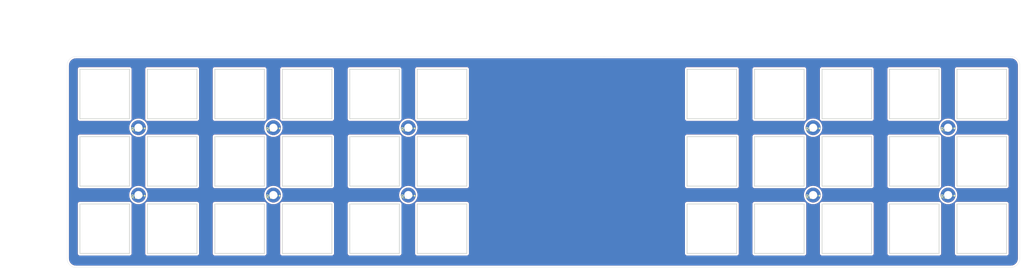
<source format=kicad_pcb>
(kicad_pcb (version 20171130) (host pcbnew "(5.1.7)-1")

  (general
    (thickness 1.6)
    (drawings 143)
    (tracks 0)
    (zones 0)
    (modules 10)
    (nets 1)
  )

  (page A3)
  (layers
    (0 F.Cu signal)
    (31 B.Cu signal)
    (32 B.Adhes user)
    (33 F.Adhes user)
    (34 B.Paste user)
    (35 F.Paste user)
    (36 B.SilkS user)
    (37 F.SilkS user)
    (38 B.Mask user)
    (39 F.Mask user)
    (40 Dwgs.User user)
    (41 Cmts.User user)
    (42 Eco1.User user)
    (43 Eco2.User user)
    (44 Edge.Cuts user)
    (45 Margin user)
    (46 B.CrtYd user)
    (47 F.CrtYd user)
    (48 B.Fab user)
    (49 F.Fab user)
  )

  (setup
    (last_trace_width 0.25)
    (user_trace_width 0.5)
    (trace_clearance 0.2)
    (zone_clearance 0.508)
    (zone_45_only no)
    (trace_min 0.2)
    (via_size 0.8)
    (via_drill 0.4)
    (via_min_size 0.4)
    (via_min_drill 0.3)
    (uvia_size 0.3)
    (uvia_drill 0.1)
    (uvias_allowed no)
    (uvia_min_size 0.2)
    (uvia_min_drill 0.1)
    (edge_width 0.05)
    (segment_width 0.2)
    (pcb_text_width 0.3)
    (pcb_text_size 1.5 1.5)
    (mod_edge_width 0.12)
    (mod_text_size 1 1)
    (mod_text_width 0.15)
    (pad_size 1.524 1.524)
    (pad_drill 0.762)
    (pad_to_mask_clearance 0)
    (aux_axis_origin 0 0)
    (grid_origin 170.942 58.4835)
    (visible_elements 7FFFFFFF)
    (pcbplotparams
      (layerselection 0x010fc_ffffffff)
      (usegerberextensions false)
      (usegerberattributes false)
      (usegerberadvancedattributes false)
      (creategerberjobfile false)
      (excludeedgelayer true)
      (linewidth 0.100000)
      (plotframeref false)
      (viasonmask false)
      (mode 1)
      (useauxorigin false)
      (hpglpennumber 1)
      (hpglpenspeed 20)
      (hpglpendiameter 15.000000)
      (psnegative false)
      (psa4output false)
      (plotreference true)
      (plotvalue false)
      (plotinvisibletext false)
      (padsonsilk true)
      (subtractmaskfromsilk false)
      (outputformat 1)
      (mirror false)
      (drillshape 0)
      (scaleselection 1)
      (outputdirectory "gerber/"))
  )

  (net 0 "")

  (net_class Default "This is the default net class."
    (clearance 0.2)
    (trace_width 0.25)
    (via_dia 0.8)
    (via_drill 0.4)
    (uvia_dia 0.3)
    (uvia_drill 0.1)
  )

  (module kbd:M2_Hole_TH (layer F.Cu) (tedit 5F7666C1) (tstamp 5FFA06A9)
    (at 97.625 59.525)
    (fp_text reference REF** (at 0 0.5) (layer F.SilkS)
      (effects (font (size 1 1) (thickness 0.15)))
    )
    (fp_text value M2_Hole_TH (at 0 -0.5) (layer F.Fab)
      (effects (font (size 1 1) (thickness 0.15)))
    )
    (pad "" thru_hole circle (at 0 0) (size 4.2 4.2) (drill 2.3) (layers *.Cu *.Mask))
  )

  (module kbd:M2_Hole_TH (layer F.Cu) (tedit 5F7666C1) (tstamp 5FFA06A5)
    (at 97.625 78.575)
    (fp_text reference REF** (at 0 0.5) (layer F.SilkS)
      (effects (font (size 1 1) (thickness 0.15)))
    )
    (fp_text value M2_Hole_TH (at 0 -0.5) (layer F.Fab)
      (effects (font (size 1 1) (thickness 0.15)))
    )
    (pad "" thru_hole circle (at 0 0) (size 4.2 4.2) (drill 2.3) (layers *.Cu *.Mask))
  )

  (module kbd:M2_Hole_TH (layer F.Cu) (tedit 5F7666C1) (tstamp 5FFA0690)
    (at 250.025 59.525)
    (fp_text reference REF** (at 0 0.5) (layer F.SilkS)
      (effects (font (size 1 1) (thickness 0.15)))
    )
    (fp_text value M2_Hole_TH (at 0 -0.5) (layer F.Fab)
      (effects (font (size 1 1) (thickness 0.15)))
    )
    (pad "" thru_hole circle (at 0 0) (size 4.2 4.2) (drill 2.3) (layers *.Cu *.Mask))
  )

  (module kbd:M2_Hole_TH (layer F.Cu) (tedit 5F7666C1) (tstamp 5FFA068C)
    (at 288.125 59.525)
    (fp_text reference REF** (at 0 0.5) (layer F.SilkS)
      (effects (font (size 1 1) (thickness 0.15)))
    )
    (fp_text value M2_Hole_TH (at 0 -0.5) (layer F.Fab)
      (effects (font (size 1 1) (thickness 0.15)))
    )
    (pad "" thru_hole circle (at 0 0) (size 4.2 4.2) (drill 2.3) (layers *.Cu *.Mask))
  )

  (module kbd:M2_Hole_TH (layer F.Cu) (tedit 5F7666C1) (tstamp 5FFA0688)
    (at 250.025 78.575)
    (fp_text reference REF** (at 0 0.5) (layer F.SilkS)
      (effects (font (size 1 1) (thickness 0.15)))
    )
    (fp_text value M2_Hole_TH (at 0 -0.5) (layer F.Fab)
      (effects (font (size 1 1) (thickness 0.15)))
    )
    (pad "" thru_hole circle (at 0 0) (size 4.2 4.2) (drill 2.3) (layers *.Cu *.Mask))
  )

  (module kbd:M2_Hole_TH (layer F.Cu) (tedit 5F7666C1) (tstamp 5FFA0684)
    (at 288.125 78.575)
    (fp_text reference REF** (at 0 0.5) (layer F.SilkS)
      (effects (font (size 1 1) (thickness 0.15)))
    )
    (fp_text value M2_Hole_TH (at 0 -0.5) (layer F.Fab)
      (effects (font (size 1 1) (thickness 0.15)))
    )
    (pad "" thru_hole circle (at 0 0) (size 4.2 4.2) (drill 2.3) (layers *.Cu *.Mask))
  )

  (module kbd:M2_Hole_TH (layer F.Cu) (tedit 5F7666C1) (tstamp 5FFA0678)
    (at 135.725 59.525)
    (fp_text reference REF** (at 0 0.5) (layer F.SilkS)
      (effects (font (size 1 1) (thickness 0.15)))
    )
    (fp_text value M2_Hole_TH (at 0 -0.5) (layer F.Fab)
      (effects (font (size 1 1) (thickness 0.15)))
    )
    (pad "" thru_hole circle (at 0 0) (size 4.2 4.2) (drill 2.3) (layers *.Cu *.Mask))
  )

  (module kbd:M2_Hole_TH (layer F.Cu) (tedit 5F7666C1) (tstamp 5FFA0674)
    (at 135.725 78.575)
    (fp_text reference REF** (at 0 0.5) (layer F.SilkS)
      (effects (font (size 1 1) (thickness 0.15)))
    )
    (fp_text value M2_Hole_TH (at 0 -0.5) (layer F.Fab)
      (effects (font (size 1 1) (thickness 0.15)))
    )
    (pad "" thru_hole circle (at 0 0) (size 4.2 4.2) (drill 2.3) (layers *.Cu *.Mask))
  )

  (module kbd:M2_Hole_TH (layer F.Cu) (tedit 5F7666C1) (tstamp 5FFA066C)
    (at 59.525 78.575)
    (fp_text reference REF** (at 0 0.5) (layer F.SilkS)
      (effects (font (size 1 1) (thickness 0.15)))
    )
    (fp_text value M2_Hole_TH (at 0 -0.5) (layer F.Fab)
      (effects (font (size 1 1) (thickness 0.15)))
    )
    (pad "" thru_hole circle (at 0 0) (size 4.2 4.2) (drill 2.3) (layers *.Cu *.Mask))
  )

  (module kbd:M2_Hole_TH (layer F.Cu) (tedit 5F7666C1) (tstamp 5FFA0666)
    (at 59.525 59.525)
    (fp_text reference REF** (at 0 0.5) (layer F.SilkS)
      (effects (font (size 1 1) (thickness 0.15)))
    )
    (fp_text value M2_Hole_TH (at 0 -0.5) (layer F.Fab)
      (effects (font (size 1 1) (thickness 0.15)))
    )
    (pad "" thru_hole circle (at 0 0) (size 4.2 4.2) (drill 2.3) (layers *.Cu *.Mask))
  )

  (gr_line (start 119.1895 76.039) (end 119.1895 62.0396) (layer Edge.Cuts) (width 0.2))
  (gr_line (start 247.4888 42.9895) (end 247.4888 56.9888) (layer Edge.Cuts) (width 0.2))
  (gr_line (start 233.4898 42.9895) (end 247.4888 42.9895) (layer Edge.Cuts) (width 0.2))
  (gr_line (start 252.5398 56.9888) (end 252.5398 42.9895) (layer Edge.Cuts) (width 0.2))
  (gr_line (start 290.6398 42.9895) (end 304.6388 42.9895) (layer Edge.Cuts) (width 0.2))
  (gr_line (start 42.98945 76.039) (end 42.98945 62.0396) (layer Edge.Cuts) (width 0.2))
  (gr_line (start 95.0888 76.039) (end 81.0895 76.039) (layer Edge.Cuts) (width 0.2))
  (gr_line (start 100.1395 76.039) (end 100.1395 62.0396) (layer Edge.Cuts) (width 0.2))
  (gr_line (start 233.4898 76.039) (end 233.4898 62.0396) (layer Edge.Cuts) (width 0.2))
  (gr_line (start 233.4898 62.0396) (end 247.4888 62.0396) (layer Edge.Cuts) (width 0.2))
  (gr_line (start 266.5388 62.0396) (end 266.5388 76.039) (layer Edge.Cuts) (width 0.2))
  (gr_line (start 81.0895 76.039) (end 81.0895 62.0396) (layer Edge.Cuts) (width 0.2))
  (gr_line (start 95.0888 62.0396) (end 95.0888 76.039) (layer Edge.Cuts) (width 0.2))
  (gr_line (start 214.4398 62.0396) (end 228.4388 62.0396) (layer Edge.Cuts) (width 0.2))
  (gr_line (start 133.1888 62.0396) (end 133.1888 76.039) (layer Edge.Cuts) (width 0.2))
  (gr_line (start 119.1895 62.0396) (end 133.1888 62.0396) (layer Edge.Cuts) (width 0.2))
  (gr_line (start 247.4888 76.039) (end 233.4898 76.039) (layer Edge.Cuts) (width 0.2))
  (gr_line (start 247.4888 56.9888) (end 233.4898 56.9888) (layer Edge.Cuts) (width 0.2))
  (gr_line (start 266.5388 56.9888) (end 252.5398 56.9888) (layer Edge.Cuts) (width 0.2))
  (gr_line (start 271.5898 56.9888) (end 271.5898 42.9895) (layer Edge.Cuts) (width 0.2))
  (gr_line (start 252.5398 62.0396) (end 266.5388 62.0396) (layer Edge.Cuts) (width 0.2))
  (gr_line (start 252.5398 42.9895) (end 266.5388 42.9895) (layer Edge.Cuts) (width 0.2))
  (gr_line (start 285.5888 42.9895) (end 285.5888 56.9888) (layer Edge.Cuts) (width 0.2))
  (gr_line (start 62.0395 76.039) (end 62.0395 62.0396) (layer Edge.Cuts) (width 0.2))
  (gr_line (start 114.1388 76.039) (end 100.1395 76.039) (layer Edge.Cuts) (width 0.2))
  (gr_line (start 76.0388 62.0396) (end 76.0388 76.039) (layer Edge.Cuts) (width 0.2))
  (gr_line (start 81.0895 62.0396) (end 95.0888 62.0396) (layer Edge.Cuts) (width 0.2))
  (gr_line (start 271.5898 76.039) (end 271.5898 62.0396) (layer Edge.Cuts) (width 0.2))
  (gr_line (start 252.5398 76.039) (end 252.5398 62.0396) (layer Edge.Cuts) (width 0.2))
  (gr_line (start 138.2381 62.0396) (end 152.2388 62.0396) (layer Edge.Cuts) (width 0.2))
  (gr_line (start 228.4388 76.039) (end 214.4398 76.039) (layer Edge.Cuts) (width 0.2))
  (gr_line (start 247.4888 62.0396) (end 247.4888 76.039) (layer Edge.Cuts) (width 0.2))
  (gr_line (start 304.6388 42.9895) (end 304.6388 56.9888) (layer Edge.Cuts) (width 0.2))
  (gr_line (start 42.98945 62.0396) (end 56.989 62.0396) (layer Edge.Cuts) (width 0.2))
  (gr_line (start 76.0388 76.039) (end 62.0395 76.039) (layer Edge.Cuts) (width 0.2))
  (gr_line (start 214.4398 76.039) (end 214.4398 62.0396) (layer Edge.Cuts) (width 0.2))
  (gr_line (start 152.2388 62.0396) (end 152.2388 76.039) (layer Edge.Cuts) (width 0.2))
  (gr_line (start 56.989 62.0396) (end 56.989 76.039) (layer Edge.Cuts) (width 0.2))
  (gr_line (start 133.1888 76.039) (end 119.1895 76.039) (layer Edge.Cuts) (width 0.2))
  (gr_line (start 152.2388 76.039) (end 138.2381 76.039) (layer Edge.Cuts) (width 0.2))
  (gr_line (start 214.4398 56.9888) (end 214.4398 42.9895) (layer Edge.Cuts) (width 0.2))
  (gr_line (start 228.4388 56.9888) (end 214.4398 56.9888) (layer Edge.Cuts) (width 0.2))
  (gr_line (start 228.4388 42.9895) (end 228.4388 56.9888) (layer Edge.Cuts) (width 0.2))
  (gr_line (start 285.5888 56.9888) (end 271.5898 56.9888) (layer Edge.Cuts) (width 0.2))
  (gr_line (start 56.989 76.039) (end 42.98945 76.039) (layer Edge.Cuts) (width 0.2))
  (gr_line (start 138.2381 76.039) (end 138.2381 62.0396) (layer Edge.Cuts) (width 0.2))
  (gr_line (start 271.5898 42.9895) (end 285.5888 42.9895) (layer Edge.Cuts) (width 0.2))
  (gr_line (start 114.1388 62.0396) (end 114.1388 76.039) (layer Edge.Cuts) (width 0.2))
  (gr_line (start 214.4398 42.9895) (end 228.4388 42.9895) (layer Edge.Cuts) (width 0.2))
  (gr_line (start 266.5388 42.9895) (end 266.5388 56.9888) (layer Edge.Cuts) (width 0.2))
  (gr_line (start 290.6398 56.9888) (end 290.6398 42.9895) (layer Edge.Cuts) (width 0.2))
  (gr_line (start 62.0395 62.0396) (end 76.0388 62.0396) (layer Edge.Cuts) (width 0.2))
  (gr_line (start 266.5388 76.039) (end 252.5398 76.039) (layer Edge.Cuts) (width 0.2))
  (gr_line (start 100.1395 62.0396) (end 114.1388 62.0396) (layer Edge.Cuts) (width 0.2))
  (gr_line (start 228.4388 62.0396) (end 228.4388 76.039) (layer Edge.Cuts) (width 0.2))
  (gr_line (start 233.4898 56.9888) (end 233.4898 42.9895) (layer Edge.Cuts) (width 0.2))
  (gr_line (start 304.6388 56.9888) (end 290.6398 56.9888) (layer Edge.Cuts) (width 0.2))
  (gr_line (start 152.2388 95.08896) (end 138.2381 95.08896) (layer Edge.Cuts) (width 0.2))
  (gr_line (start 152.2388 81.0895) (end 152.2388 95.08896) (layer Edge.Cuts) (width 0.2))
  (gr_line (start 214.4398 81.0895) (end 228.4388 81.0895) (layer Edge.Cuts) (width 0.2))
  (gr_line (start 271.5898 81.0895) (end 285.5888 81.0895) (layer Edge.Cuts) (width 0.2))
  (gr_line (start 290.6398 95.08896) (end 290.6398 81.0895) (layer Edge.Cuts) (width 0.2))
  (gr_line (start 100.1395 95.08896) (end 100.1395 81.0895) (layer Edge.Cuts) (width 0.2))
  (gr_line (start 285.5888 95.08896) (end 271.5898 95.08896) (layer Edge.Cuts) (width 0.2))
  (gr_line (start 100.1395 81.0895) (end 114.1388 81.0895) (layer Edge.Cuts) (width 0.2))
  (gr_line (start 119.1895 81.0895) (end 133.1888 81.0895) (layer Edge.Cuts) (width 0.2))
  (gr_line (start 247.4888 81.0895) (end 247.4888 95.08896) (layer Edge.Cuts) (width 0.2))
  (gr_line (start 266.5388 95.08896) (end 252.5398 95.08896) (layer Edge.Cuts) (width 0.2))
  (gr_line (start 271.5898 95.08896) (end 271.5898 81.0895) (layer Edge.Cuts) (width 0.2))
  (gr_line (start 266.5388 81.0895) (end 266.5388 95.08896) (layer Edge.Cuts) (width 0.2))
  (gr_line (start 233.4898 95.08896) (end 233.4898 81.0895) (layer Edge.Cuts) (width 0.2))
  (gr_line (start 252.5398 81.0895) (end 266.5388 81.0895) (layer Edge.Cuts) (width 0.2))
  (gr_line (start 304.6388 95.08896) (end 290.6398 95.08896) (layer Edge.Cuts) (width 0.2))
  (gr_line (start 138.2381 95.08896) (end 138.2381 81.0895) (layer Edge.Cuts) (width 0.2))
  (gr_line (start 285.5888 76.039) (end 271.5898 76.039) (layer Edge.Cuts) (width 0.2))
  (gr_line (start 42.98945 81.0895) (end 56.989 81.0895) (layer Edge.Cuts) (width 0.2))
  (gr_line (start 233.4898 81.0895) (end 247.4888 81.0895) (layer Edge.Cuts) (width 0.2))
  (gr_line (start 285.5888 62.0396) (end 285.5888 76.039) (layer Edge.Cuts) (width 0.2))
  (gr_line (start 271.5898 62.0396) (end 285.5888 62.0396) (layer Edge.Cuts) (width 0.2))
  (gr_line (start 285.5888 81.0895) (end 285.5888 95.08896) (layer Edge.Cuts) (width 0.2))
  (gr_line (start 95.0888 81.0895) (end 95.0888 95.08896) (layer Edge.Cuts) (width 0.2))
  (gr_line (start 290.6398 76.039) (end 290.6398 62.0396) (layer Edge.Cuts) (width 0.2))
  (gr_line (start 304.6388 76.039) (end 290.6398 76.039) (layer Edge.Cuts) (width 0.2))
  (gr_line (start 304.6388 62.0396) (end 304.6388 76.039) (layer Edge.Cuts) (width 0.2))
  (gr_line (start 81.0895 81.0895) (end 95.0888 81.0895) (layer Edge.Cuts) (width 0.2))
  (gr_line (start 42.98945 95.08896) (end 42.98945 81.0895) (layer Edge.Cuts) (width 0.2))
  (gr_line (start 56.989 95.08896) (end 42.98945 95.08896) (layer Edge.Cuts) (width 0.2))
  (gr_line (start 56.989 81.0895) (end 56.989 95.08896) (layer Edge.Cuts) (width 0.2))
  (gr_line (start 228.4388 95.08896) (end 214.4398 95.08896) (layer Edge.Cuts) (width 0.2))
  (gr_line (start 76.0388 95.08896) (end 62.0395 95.08896) (layer Edge.Cuts) (width 0.2))
  (gr_line (start 62.0395 81.0895) (end 76.0388 81.0895) (layer Edge.Cuts) (width 0.2))
  (gr_line (start 304.6388 81.0895) (end 304.6388 95.08896) (layer Edge.Cuts) (width 0.2))
  (gr_line (start 62.0395 95.08896) (end 62.0395 81.0895) (layer Edge.Cuts) (width 0.2))
  (gr_line (start 247.4888 95.08896) (end 233.4898 95.08896) (layer Edge.Cuts) (width 0.2))
  (gr_line (start 95.0888 95.08896) (end 81.0895 95.08896) (layer Edge.Cuts) (width 0.2))
  (gr_line (start 252.5398 95.08896) (end 252.5398 81.0895) (layer Edge.Cuts) (width 0.2))
  (gr_line (start 133.1888 81.0895) (end 133.1888 95.08896) (layer Edge.Cuts) (width 0.2))
  (gr_line (start 81.0895 95.08896) (end 81.0895 81.0895) (layer Edge.Cuts) (width 0.2))
  (gr_line (start 114.1388 95.08896) (end 100.1395 95.08896) (layer Edge.Cuts) (width 0.2))
  (gr_line (start 114.1388 81.0895) (end 114.1388 95.08896) (layer Edge.Cuts) (width 0.2))
  (gr_line (start 138.2381 81.0895) (end 152.2388 81.0895) (layer Edge.Cuts) (width 0.2))
  (gr_line (start 214.4398 95.08896) (end 214.4398 81.0895) (layer Edge.Cuts) (width 0.2))
  (gr_line (start 133.1888 95.08896) (end 119.1895 95.08896) (layer Edge.Cuts) (width 0.2))
  (gr_line (start 290.6398 62.0396) (end 304.6388 62.0396) (layer Edge.Cuts) (width 0.2))
  (gr_line (start 228.4388 81.0895) (end 228.4388 95.08896) (layer Edge.Cuts) (width 0.2))
  (gr_line (start 76.0388 81.0895) (end 76.0388 95.08896) (layer Edge.Cuts) (width 0.2))
  (gr_line (start 119.1895 95.08896) (end 119.1895 81.0895) (layer Edge.Cuts) (width 0.2))
  (gr_line (start 290.6398 81.0895) (end 304.6388 81.0895) (layer Edge.Cuts) (width 0.2))
  (gr_line (start 56.989 42.9895) (end 56.989 56.9888) (layer Edge.Cuts) (width 0.2))
  (gr_line (start 42.98945 42.9895) (end 56.989 42.9895) (layer Edge.Cuts) (width 0.2))
  (gr_line (start 138.2381 42.9895) (end 152.2388 42.9895) (layer Edge.Cuts) (width 0.2))
  (gr_line (start 133.1888 56.9888) (end 119.1895 56.9888) (layer Edge.Cuts) (width 0.2))
  (gr_line (start 119.1895 56.9888) (end 119.1895 42.9895) (layer Edge.Cuts) (width 0.2))
  (gr_line (start 95.0888 56.9888) (end 81.0895 56.9888) (layer Edge.Cuts) (width 0.2))
  (gr_line (start 100.1395 42.9895) (end 114.1388 42.9895) (layer Edge.Cuts) (width 0.2))
  (gr_line (start 56.989 56.9888) (end 42.98945 56.9888) (layer Edge.Cuts) (width 0.2))
  (gr_line (start 138.2381 56.9888) (end 138.2381 42.9895) (layer Edge.Cuts) (width 0.2))
  (gr_line (start 100.1395 56.9888) (end 100.1395 42.9895) (layer Edge.Cuts) (width 0.2))
  (gr_line (start 76.0388 42.9895) (end 76.0388 56.9888) (layer Edge.Cuts) (width 0.2))
  (gr_line (start 62.0395 42.9895) (end 76.0388 42.9895) (layer Edge.Cuts) (width 0.2))
  (gr_line (start 95.0888 42.9895) (end 95.0888 56.9888) (layer Edge.Cuts) (width 0.2))
  (gr_line (start 42.98945 56.9888) (end 42.98945 42.9895) (layer Edge.Cuts) (width 0.2))
  (gr_line (start 76.0388 56.9888) (end 62.0395 56.9888) (layer Edge.Cuts) (width 0.2))
  (gr_line (start 152.2388 56.9888) (end 138.2381 56.9888) (layer Edge.Cuts) (width 0.2))
  (gr_line (start 152.2388 42.9895) (end 152.2388 56.9888) (layer Edge.Cuts) (width 0.2))
  (gr_line (start 114.1388 42.9895) (end 114.1388 56.9888) (layer Edge.Cuts) (width 0.2))
  (gr_line (start 133.1888 42.9895) (end 133.1888 56.9888) (layer Edge.Cuts) (width 0.2))
  (gr_line (start 81.0895 56.9888) (end 81.0895 42.9895) (layer Edge.Cuts) (width 0.2))
  (gr_line (start 114.1388 56.9888) (end 100.1395 56.9888) (layer Edge.Cuts) (width 0.2))
  (gr_line (start 81.0895 42.9895) (end 95.0888 42.9895) (layer Edge.Cuts) (width 0.2))
  (gr_line (start 62.0395 56.9888) (end 62.0395 42.9895) (layer Edge.Cuts) (width 0.2))
  (gr_line (start 119.1895 42.9895) (end 133.1888 42.9895) (layer Edge.Cuts) (width 0.2))
  (dimension 62.23 (width 0.15) (layer Dwgs.User)
    (gr_text "62.230 mm" (at 24.100001 69.215 270) (layer Dwgs.User)
      (effects (font (size 1 1) (thickness 0.15)))
    )
    (feature1 (pts (xy 35.56 100.33) (xy 24.81358 100.33)))
    (feature2 (pts (xy 35.56 38.1) (xy 24.81358 38.1)))
    (crossbar (pts (xy 25.400001 38.1) (xy 25.400001 100.33)))
    (arrow1a (pts (xy 25.400001 100.33) (xy 24.81358 99.203496)))
    (arrow1b (pts (xy 25.400001 100.33) (xy 25.986422 99.203496)))
    (arrow2a (pts (xy 25.400001 38.1) (xy 24.81358 39.226504)))
    (arrow2b (pts (xy 25.400001 38.1) (xy 25.986422 39.226504)))
  )
  (dimension 271.399 (width 0.15) (layer Dwgs.User)
    (gr_text "271.399 mm" (at 173.7995 24.1) (layer Dwgs.User)
      (effects (font (size 1 1) (thickness 0.15)))
    )
    (feature1 (pts (xy 309.499 36.83) (xy 309.499 24.813579)))
    (feature2 (pts (xy 38.1 36.83) (xy 38.1 24.813579)))
    (crossbar (pts (xy 38.1 25.4) (xy 309.499 25.4)))
    (arrow1a (pts (xy 309.499 25.4) (xy 308.372496 25.986421)))
    (arrow1b (pts (xy 309.499 25.4) (xy 308.372496 24.813579)))
    (arrow2a (pts (xy 38.1 25.4) (xy 39.226504 25.986421)))
    (arrow2b (pts (xy 38.1 25.4) (xy 39.226504 24.813579)))
  )
  (gr_arc (start 41.91 41.91) (end 41.91 39.37) (angle -90) (layer Edge.Cuts) (width 0.05))
  (gr_line (start 191.008 39.37) (end 41.91 39.37) (layer Edge.Cuts) (width 0.05))
  (gr_line (start 305.816 39.37) (end 191.008 39.37) (layer Edge.Cuts) (width 0.05))
  (gr_arc (start 305.816 41.91) (end 308.356 41.91) (angle -90) (layer Edge.Cuts) (width 0.05))
  (gr_line (start 308.356 96.52) (end 308.356 41.91) (layer Edge.Cuts) (width 0.05))
  (gr_arc (start 305.816 96.52) (end 305.816 99.06) (angle -90) (layer Edge.Cuts) (width 0.05))
  (gr_arc (start 41.91 96.52) (end 39.37 96.52) (angle -90) (layer Edge.Cuts) (width 0.05))
  (gr_line (start 39.37 96.52) (end 39.37 41.91) (layer Edge.Cuts) (width 0.05))
  (gr_line (start 41.91 99.06) (end 305.816 99.06) (layer Edge.Cuts) (width 0.05))

  (zone (net 0) (net_name "") (layer F.Cu) (tstamp 5FFA0E56) (hatch edge 0.508)
    (connect_pads (clearance 0.508))
    (min_thickness 0.254)
    (fill yes (arc_segments 32) (thermal_gap 0.508) (thermal_bridge_width 0.508))
    (polygon
      (pts
        (xy 309.499 100.33) (xy 38.1 100.33) (xy 38.1 38.1) (xy 309.499 38.1)
      )
    )
    (filled_polygon
      (pts
        (xy 306.180545 40.068909) (xy 306.531208 40.17478) (xy 306.854625 40.346744) (xy 307.138484 40.578254) (xy 307.371965 40.860486)
        (xy 307.546183 41.182695) (xy 307.654502 41.532614) (xy 307.696001 41.927452) (xy 307.696 96.487721) (xy 307.657091 96.884545)
        (xy 307.55122 97.235206) (xy 307.379257 97.558623) (xy 307.147748 97.842482) (xy 306.865514 98.075965) (xy 306.543304 98.250184)
        (xy 306.193385 98.358502) (xy 305.798557 98.4) (xy 41.942279 98.4) (xy 41.545455 98.361091) (xy 41.194794 98.25522)
        (xy 40.871377 98.083257) (xy 40.587518 97.851748) (xy 40.354035 97.569514) (xy 40.179816 97.247304) (xy 40.071498 96.897385)
        (xy 40.03 96.502557) (xy 40.03 81.0895) (xy 42.250894 81.0895) (xy 42.254451 81.125615) (xy 42.25445 95.052855)
        (xy 42.250894 95.08896) (xy 42.265085 95.233045) (xy 42.307113 95.371593) (xy 42.375363 95.49928) (xy 42.467212 95.611198)
        (xy 42.57913 95.703047) (xy 42.706817 95.771297) (xy 42.845365 95.813325) (xy 42.98945 95.827516) (xy 43.025555 95.82396)
        (xy 56.952895 95.82396) (xy 56.989 95.827516) (xy 57.025105 95.82396) (xy 57.133085 95.813325) (xy 57.271633 95.771297)
        (xy 57.39932 95.703047) (xy 57.511238 95.611198) (xy 57.603087 95.49928) (xy 57.671337 95.371593) (xy 57.713365 95.233045)
        (xy 57.727556 95.08896) (xy 57.724 95.052855) (xy 57.724 81.125605) (xy 57.727556 81.0895) (xy 57.713365 80.945415)
        (xy 57.671337 80.806867) (xy 57.603087 80.67918) (xy 57.511238 80.567262) (xy 57.39932 80.475413) (xy 57.271633 80.407163)
        (xy 57.133085 80.365135) (xy 57.025105 80.3545) (xy 56.989 80.350944) (xy 56.952895 80.3545) (xy 43.025555 80.3545)
        (xy 42.98945 80.350944) (xy 42.953345 80.3545) (xy 42.845365 80.365135) (xy 42.706817 80.407163) (xy 42.57913 80.475413)
        (xy 42.467212 80.567262) (xy 42.375363 80.67918) (xy 42.307113 80.806867) (xy 42.265085 80.945415) (xy 42.250894 81.0895)
        (xy 40.03 81.0895) (xy 40.03 78.305626) (xy 56.79 78.305626) (xy 56.79 78.844374) (xy 56.895105 79.37277)
        (xy 57.101275 79.870508) (xy 57.400587 80.318461) (xy 57.781539 80.699413) (xy 58.229492 80.998725) (xy 58.72723 81.204895)
        (xy 59.255626 81.31) (xy 59.794374 81.31) (xy 60.32277 81.204895) (xy 60.601357 81.0895) (xy 61.300944 81.0895)
        (xy 61.304501 81.125615) (xy 61.3045 95.052855) (xy 61.300944 95.08896) (xy 61.315135 95.233045) (xy 61.357163 95.371593)
        (xy 61.425413 95.49928) (xy 61.517262 95.611198) (xy 61.62918 95.703047) (xy 61.756867 95.771297) (xy 61.895415 95.813325)
        (xy 62.0395 95.827516) (xy 62.075605 95.82396) (xy 76.002695 95.82396) (xy 76.0388 95.827516) (xy 76.074905 95.82396)
        (xy 76.182885 95.813325) (xy 76.321433 95.771297) (xy 76.44912 95.703047) (xy 76.561038 95.611198) (xy 76.652887 95.49928)
        (xy 76.721137 95.371593) (xy 76.763165 95.233045) (xy 76.777356 95.08896) (xy 76.7738 95.052855) (xy 76.7738 81.125605)
        (xy 76.777356 81.0895) (xy 80.350944 81.0895) (xy 80.354501 81.125615) (xy 80.3545 95.052855) (xy 80.350944 95.08896)
        (xy 80.365135 95.233045) (xy 80.407163 95.371593) (xy 80.475413 95.49928) (xy 80.567262 95.611198) (xy 80.67918 95.703047)
        (xy 80.806867 95.771297) (xy 80.945415 95.813325) (xy 81.0895 95.827516) (xy 81.125605 95.82396) (xy 95.052695 95.82396)
        (xy 95.0888 95.827516) (xy 95.124905 95.82396) (xy 95.232885 95.813325) (xy 95.371433 95.771297) (xy 95.49912 95.703047)
        (xy 95.611038 95.611198) (xy 95.702887 95.49928) (xy 95.771137 95.371593) (xy 95.813165 95.233045) (xy 95.827356 95.08896)
        (xy 95.8238 95.052855) (xy 95.8238 81.125605) (xy 95.827356 81.0895) (xy 95.813165 80.945415) (xy 95.771137 80.806867)
        (xy 95.702887 80.67918) (xy 95.611038 80.567262) (xy 95.49912 80.475413) (xy 95.371433 80.407163) (xy 95.232885 80.365135)
        (xy 95.124905 80.3545) (xy 95.0888 80.350944) (xy 95.052695 80.3545) (xy 81.125605 80.3545) (xy 81.0895 80.350944)
        (xy 81.053395 80.3545) (xy 80.945415 80.365135) (xy 80.806867 80.407163) (xy 80.67918 80.475413) (xy 80.567262 80.567262)
        (xy 80.475413 80.67918) (xy 80.407163 80.806867) (xy 80.365135 80.945415) (xy 80.350944 81.0895) (xy 76.777356 81.0895)
        (xy 76.763165 80.945415) (xy 76.721137 80.806867) (xy 76.652887 80.67918) (xy 76.561038 80.567262) (xy 76.44912 80.475413)
        (xy 76.321433 80.407163) (xy 76.182885 80.365135) (xy 76.074905 80.3545) (xy 76.0388 80.350944) (xy 76.002695 80.3545)
        (xy 62.075605 80.3545) (xy 62.0395 80.350944) (xy 62.003395 80.3545) (xy 61.895415 80.365135) (xy 61.756867 80.407163)
        (xy 61.62918 80.475413) (xy 61.517262 80.567262) (xy 61.425413 80.67918) (xy 61.357163 80.806867) (xy 61.315135 80.945415)
        (xy 61.300944 81.0895) (xy 60.601357 81.0895) (xy 60.820508 80.998725) (xy 61.268461 80.699413) (xy 61.649413 80.318461)
        (xy 61.948725 79.870508) (xy 62.154895 79.37277) (xy 62.26 78.844374) (xy 62.26 78.305626) (xy 94.89 78.305626)
        (xy 94.89 78.844374) (xy 94.995105 79.37277) (xy 95.201275 79.870508) (xy 95.500587 80.318461) (xy 95.881539 80.699413)
        (xy 96.329492 80.998725) (xy 96.82723 81.204895) (xy 97.355626 81.31) (xy 97.894374 81.31) (xy 98.42277 81.204895)
        (xy 98.701357 81.0895) (xy 99.400944 81.0895) (xy 99.404501 81.125615) (xy 99.4045 95.052855) (xy 99.400944 95.08896)
        (xy 99.415135 95.233045) (xy 99.457163 95.371593) (xy 99.525413 95.49928) (xy 99.617262 95.611198) (xy 99.72918 95.703047)
        (xy 99.856867 95.771297) (xy 99.995415 95.813325) (xy 100.1395 95.827516) (xy 100.175605 95.82396) (xy 114.102695 95.82396)
        (xy 114.1388 95.827516) (xy 114.174905 95.82396) (xy 114.282885 95.813325) (xy 114.421433 95.771297) (xy 114.54912 95.703047)
        (xy 114.661038 95.611198) (xy 114.752887 95.49928) (xy 114.821137 95.371593) (xy 114.863165 95.233045) (xy 114.877356 95.08896)
        (xy 114.8738 95.052855) (xy 114.8738 81.125605) (xy 114.877356 81.0895) (xy 118.450944 81.0895) (xy 118.454501 81.125615)
        (xy 118.4545 95.052855) (xy 118.450944 95.08896) (xy 118.465135 95.233045) (xy 118.507163 95.371593) (xy 118.575413 95.49928)
        (xy 118.667262 95.611198) (xy 118.77918 95.703047) (xy 118.906867 95.771297) (xy 119.045415 95.813325) (xy 119.1895 95.827516)
        (xy 119.225605 95.82396) (xy 133.152695 95.82396) (xy 133.1888 95.827516) (xy 133.224905 95.82396) (xy 133.332885 95.813325)
        (xy 133.471433 95.771297) (xy 133.59912 95.703047) (xy 133.711038 95.611198) (xy 133.802887 95.49928) (xy 133.871137 95.371593)
        (xy 133.913165 95.233045) (xy 133.927356 95.08896) (xy 133.9238 95.052855) (xy 133.9238 81.125605) (xy 133.927356 81.0895)
        (xy 133.913165 80.945415) (xy 133.871137 80.806867) (xy 133.802887 80.67918) (xy 133.711038 80.567262) (xy 133.59912 80.475413)
        (xy 133.471433 80.407163) (xy 133.332885 80.365135) (xy 133.224905 80.3545) (xy 133.1888 80.350944) (xy 133.152695 80.3545)
        (xy 119.225605 80.3545) (xy 119.1895 80.350944) (xy 119.153395 80.3545) (xy 119.045415 80.365135) (xy 118.906867 80.407163)
        (xy 118.77918 80.475413) (xy 118.667262 80.567262) (xy 118.575413 80.67918) (xy 118.507163 80.806867) (xy 118.465135 80.945415)
        (xy 118.450944 81.0895) (xy 114.877356 81.0895) (xy 114.863165 80.945415) (xy 114.821137 80.806867) (xy 114.752887 80.67918)
        (xy 114.661038 80.567262) (xy 114.54912 80.475413) (xy 114.421433 80.407163) (xy 114.282885 80.365135) (xy 114.174905 80.3545)
        (xy 114.1388 80.350944) (xy 114.102695 80.3545) (xy 100.175605 80.3545) (xy 100.1395 80.350944) (xy 100.103395 80.3545)
        (xy 99.995415 80.365135) (xy 99.856867 80.407163) (xy 99.72918 80.475413) (xy 99.617262 80.567262) (xy 99.525413 80.67918)
        (xy 99.457163 80.806867) (xy 99.415135 80.945415) (xy 99.400944 81.0895) (xy 98.701357 81.0895) (xy 98.920508 80.998725)
        (xy 99.368461 80.699413) (xy 99.749413 80.318461) (xy 100.048725 79.870508) (xy 100.254895 79.37277) (xy 100.36 78.844374)
        (xy 100.36 78.305626) (xy 132.99 78.305626) (xy 132.99 78.844374) (xy 133.095105 79.37277) (xy 133.301275 79.870508)
        (xy 133.600587 80.318461) (xy 133.981539 80.699413) (xy 134.429492 80.998725) (xy 134.92723 81.204895) (xy 135.455626 81.31)
        (xy 135.994374 81.31) (xy 136.52277 81.204895) (xy 136.801357 81.0895) (xy 137.499544 81.0895) (xy 137.503101 81.125615)
        (xy 137.5031 95.052855) (xy 137.499544 95.08896) (xy 137.513735 95.233045) (xy 137.555763 95.371593) (xy 137.624013 95.49928)
        (xy 137.715862 95.611198) (xy 137.82778 95.703047) (xy 137.955467 95.771297) (xy 138.094015 95.813325) (xy 138.2381 95.827516)
        (xy 138.274205 95.82396) (xy 152.202695 95.82396) (xy 152.2388 95.827516) (xy 152.274905 95.82396) (xy 152.382885 95.813325)
        (xy 152.521433 95.771297) (xy 152.64912 95.703047) (xy 152.761038 95.611198) (xy 152.852887 95.49928) (xy 152.921137 95.371593)
        (xy 152.963165 95.233045) (xy 152.977356 95.08896) (xy 152.9738 95.052855) (xy 152.9738 81.125605) (xy 152.977356 81.0895)
        (xy 213.701244 81.0895) (xy 213.704801 81.125615) (xy 213.7048 95.052855) (xy 213.701244 95.08896) (xy 213.715435 95.233045)
        (xy 213.757463 95.371593) (xy 213.825713 95.49928) (xy 213.917562 95.611198) (xy 214.02948 95.703047) (xy 214.157167 95.771297)
        (xy 214.295715 95.813325) (xy 214.4398 95.827516) (xy 214.475905 95.82396) (xy 228.402695 95.82396) (xy 228.4388 95.827516)
        (xy 228.474905 95.82396) (xy 228.582885 95.813325) (xy 228.721433 95.771297) (xy 228.84912 95.703047) (xy 228.961038 95.611198)
        (xy 229.052887 95.49928) (xy 229.121137 95.371593) (xy 229.163165 95.233045) (xy 229.177356 95.08896) (xy 229.1738 95.052855)
        (xy 229.1738 81.125605) (xy 229.177356 81.0895) (xy 232.751244 81.0895) (xy 232.754801 81.125615) (xy 232.7548 95.052855)
        (xy 232.751244 95.08896) (xy 232.765435 95.233045) (xy 232.807463 95.371593) (xy 232.875713 95.49928) (xy 232.967562 95.611198)
        (xy 233.07948 95.703047) (xy 233.207167 95.771297) (xy 233.345715 95.813325) (xy 233.4898 95.827516) (xy 233.525905 95.82396)
        (xy 247.452695 95.82396) (xy 247.4888 95.827516) (xy 247.524905 95.82396) (xy 247.632885 95.813325) (xy 247.771433 95.771297)
        (xy 247.89912 95.703047) (xy 248.011038 95.611198) (xy 248.102887 95.49928) (xy 248.171137 95.371593) (xy 248.213165 95.233045)
        (xy 248.227356 95.08896) (xy 248.2238 95.052855) (xy 248.2238 81.125605) (xy 248.227356 81.0895) (xy 248.213165 80.945415)
        (xy 248.171137 80.806867) (xy 248.102887 80.67918) (xy 248.011038 80.567262) (xy 247.89912 80.475413) (xy 247.771433 80.407163)
        (xy 247.632885 80.365135) (xy 247.524905 80.3545) (xy 247.4888 80.350944) (xy 247.452695 80.3545) (xy 233.525905 80.3545)
        (xy 233.4898 80.350944) (xy 233.453695 80.3545) (xy 233.345715 80.365135) (xy 233.207167 80.407163) (xy 233.07948 80.475413)
        (xy 232.967562 80.567262) (xy 232.875713 80.67918) (xy 232.807463 80.806867) (xy 232.765435 80.945415) (xy 232.751244 81.0895)
        (xy 229.177356 81.0895) (xy 229.163165 80.945415) (xy 229.121137 80.806867) (xy 229.052887 80.67918) (xy 228.961038 80.567262)
        (xy 228.84912 80.475413) (xy 228.721433 80.407163) (xy 228.582885 80.365135) (xy 228.474905 80.3545) (xy 228.4388 80.350944)
        (xy 228.402695 80.3545) (xy 214.475905 80.3545) (xy 214.4398 80.350944) (xy 214.403695 80.3545) (xy 214.295715 80.365135)
        (xy 214.157167 80.407163) (xy 214.02948 80.475413) (xy 213.917562 80.567262) (xy 213.825713 80.67918) (xy 213.757463 80.806867)
        (xy 213.715435 80.945415) (xy 213.701244 81.0895) (xy 152.977356 81.0895) (xy 152.963165 80.945415) (xy 152.921137 80.806867)
        (xy 152.852887 80.67918) (xy 152.761038 80.567262) (xy 152.64912 80.475413) (xy 152.521433 80.407163) (xy 152.382885 80.365135)
        (xy 152.274905 80.3545) (xy 152.2388 80.350944) (xy 152.202695 80.3545) (xy 138.274205 80.3545) (xy 138.2381 80.350944)
        (xy 138.201995 80.3545) (xy 138.094015 80.365135) (xy 137.955467 80.407163) (xy 137.82778 80.475413) (xy 137.715862 80.567262)
        (xy 137.624013 80.67918) (xy 137.555763 80.806867) (xy 137.513735 80.945415) (xy 137.499544 81.0895) (xy 136.801357 81.0895)
        (xy 137.020508 80.998725) (xy 137.468461 80.699413) (xy 137.849413 80.318461) (xy 138.148725 79.870508) (xy 138.354895 79.37277)
        (xy 138.46 78.844374) (xy 138.46 78.305626) (xy 247.29 78.305626) (xy 247.29 78.844374) (xy 247.395105 79.37277)
        (xy 247.601275 79.870508) (xy 247.900587 80.318461) (xy 248.281539 80.699413) (xy 248.729492 80.998725) (xy 249.22723 81.204895)
        (xy 249.755626 81.31) (xy 250.294374 81.31) (xy 250.82277 81.204895) (xy 251.101357 81.0895) (xy 251.801244 81.0895)
        (xy 251.804801 81.125615) (xy 251.8048 95.052855) (xy 251.801244 95.08896) (xy 251.815435 95.233045) (xy 251.857463 95.371593)
        (xy 251.925713 95.49928) (xy 252.017562 95.611198) (xy 252.12948 95.703047) (xy 252.257167 95.771297) (xy 252.395715 95.813325)
        (xy 252.5398 95.827516) (xy 252.575905 95.82396) (xy 266.502695 95.82396) (xy 266.5388 95.827516) (xy 266.574905 95.82396)
        (xy 266.682885 95.813325) (xy 266.821433 95.771297) (xy 266.94912 95.703047) (xy 267.061038 95.611198) (xy 267.152887 95.49928)
        (xy 267.221137 95.371593) (xy 267.263165 95.233045) (xy 267.277356 95.08896) (xy 267.2738 95.052855) (xy 267.2738 81.125605)
        (xy 267.277356 81.0895) (xy 270.851244 81.0895) (xy 270.854801 81.125615) (xy 270.8548 95.052855) (xy 270.851244 95.08896)
        (xy 270.865435 95.233045) (xy 270.907463 95.371593) (xy 270.975713 95.49928) (xy 271.067562 95.611198) (xy 271.17948 95.703047)
        (xy 271.307167 95.771297) (xy 271.445715 95.813325) (xy 271.5898 95.827516) (xy 271.625905 95.82396) (xy 285.552695 95.82396)
        (xy 285.5888 95.827516) (xy 285.624905 95.82396) (xy 285.732885 95.813325) (xy 285.871433 95.771297) (xy 285.99912 95.703047)
        (xy 286.111038 95.611198) (xy 286.202887 95.49928) (xy 286.271137 95.371593) (xy 286.313165 95.233045) (xy 286.327356 95.08896)
        (xy 286.3238 95.052855) (xy 286.3238 81.125605) (xy 286.327356 81.0895) (xy 286.313165 80.945415) (xy 286.271137 80.806867)
        (xy 286.202887 80.67918) (xy 286.111038 80.567262) (xy 285.99912 80.475413) (xy 285.871433 80.407163) (xy 285.732885 80.365135)
        (xy 285.624905 80.3545) (xy 285.5888 80.350944) (xy 285.552695 80.3545) (xy 271.625905 80.3545) (xy 271.5898 80.350944)
        (xy 271.553695 80.3545) (xy 271.445715 80.365135) (xy 271.307167 80.407163) (xy 271.17948 80.475413) (xy 271.067562 80.567262)
        (xy 270.975713 80.67918) (xy 270.907463 80.806867) (xy 270.865435 80.945415) (xy 270.851244 81.0895) (xy 267.277356 81.0895)
        (xy 267.263165 80.945415) (xy 267.221137 80.806867) (xy 267.152887 80.67918) (xy 267.061038 80.567262) (xy 266.94912 80.475413)
        (xy 266.821433 80.407163) (xy 266.682885 80.365135) (xy 266.574905 80.3545) (xy 266.5388 80.350944) (xy 266.502695 80.3545)
        (xy 252.575905 80.3545) (xy 252.5398 80.350944) (xy 252.503695 80.3545) (xy 252.395715 80.365135) (xy 252.257167 80.407163)
        (xy 252.12948 80.475413) (xy 252.017562 80.567262) (xy 251.925713 80.67918) (xy 251.857463 80.806867) (xy 251.815435 80.945415)
        (xy 251.801244 81.0895) (xy 251.101357 81.0895) (xy 251.320508 80.998725) (xy 251.768461 80.699413) (xy 252.149413 80.318461)
        (xy 252.448725 79.870508) (xy 252.654895 79.37277) (xy 252.76 78.844374) (xy 252.76 78.305626) (xy 285.39 78.305626)
        (xy 285.39 78.844374) (xy 285.495105 79.37277) (xy 285.701275 79.870508) (xy 286.000587 80.318461) (xy 286.381539 80.699413)
        (xy 286.829492 80.998725) (xy 287.32723 81.204895) (xy 287.855626 81.31) (xy 288.394374 81.31) (xy 288.92277 81.204895)
        (xy 289.201357 81.0895) (xy 289.901244 81.0895) (xy 289.904801 81.125615) (xy 289.9048 95.052855) (xy 289.901244 95.08896)
        (xy 289.915435 95.233045) (xy 289.957463 95.371593) (xy 290.025713 95.49928) (xy 290.117562 95.611198) (xy 290.22948 95.703047)
        (xy 290.357167 95.771297) (xy 290.495715 95.813325) (xy 290.6398 95.827516) (xy 290.675905 95.82396) (xy 304.602695 95.82396)
        (xy 304.6388 95.827516) (xy 304.674905 95.82396) (xy 304.782885 95.813325) (xy 304.921433 95.771297) (xy 305.04912 95.703047)
        (xy 305.161038 95.611198) (xy 305.252887 95.49928) (xy 305.321137 95.371593) (xy 305.363165 95.233045) (xy 305.377356 95.08896)
        (xy 305.3738 95.052855) (xy 305.3738 81.125605) (xy 305.377356 81.0895) (xy 305.363165 80.945415) (xy 305.321137 80.806867)
        (xy 305.252887 80.67918) (xy 305.161038 80.567262) (xy 305.04912 80.475413) (xy 304.921433 80.407163) (xy 304.782885 80.365135)
        (xy 304.674905 80.3545) (xy 304.6388 80.350944) (xy 304.602695 80.3545) (xy 290.675905 80.3545) (xy 290.6398 80.350944)
        (xy 290.603695 80.3545) (xy 290.495715 80.365135) (xy 290.357167 80.407163) (xy 290.22948 80.475413) (xy 290.117562 80.567262)
        (xy 290.025713 80.67918) (xy 289.957463 80.806867) (xy 289.915435 80.945415) (xy 289.901244 81.0895) (xy 289.201357 81.0895)
        (xy 289.420508 80.998725) (xy 289.868461 80.699413) (xy 290.249413 80.318461) (xy 290.548725 79.870508) (xy 290.754895 79.37277)
        (xy 290.86 78.844374) (xy 290.86 78.305626) (xy 290.754895 77.77723) (xy 290.548725 77.279492) (xy 290.249413 76.831539)
        (xy 289.868461 76.450587) (xy 289.420508 76.151275) (xy 288.92277 75.945105) (xy 288.394374 75.84) (xy 287.855626 75.84)
        (xy 287.32723 75.945105) (xy 286.829492 76.151275) (xy 286.381539 76.450587) (xy 286.000587 76.831539) (xy 285.701275 77.279492)
        (xy 285.495105 77.77723) (xy 285.39 78.305626) (xy 252.76 78.305626) (xy 252.654895 77.77723) (xy 252.448725 77.279492)
        (xy 252.149413 76.831539) (xy 251.768461 76.450587) (xy 251.320508 76.151275) (xy 250.82277 75.945105) (xy 250.294374 75.84)
        (xy 249.755626 75.84) (xy 249.22723 75.945105) (xy 248.729492 76.151275) (xy 248.281539 76.450587) (xy 247.900587 76.831539)
        (xy 247.601275 77.279492) (xy 247.395105 77.77723) (xy 247.29 78.305626) (xy 138.46 78.305626) (xy 138.354895 77.77723)
        (xy 138.148725 77.279492) (xy 137.849413 76.831539) (xy 137.468461 76.450587) (xy 137.020508 76.151275) (xy 136.52277 75.945105)
        (xy 135.994374 75.84) (xy 135.455626 75.84) (xy 134.92723 75.945105) (xy 134.429492 76.151275) (xy 133.981539 76.450587)
        (xy 133.600587 76.831539) (xy 133.301275 77.279492) (xy 133.095105 77.77723) (xy 132.99 78.305626) (xy 100.36 78.305626)
        (xy 100.254895 77.77723) (xy 100.048725 77.279492) (xy 99.749413 76.831539) (xy 99.368461 76.450587) (xy 98.920508 76.151275)
        (xy 98.42277 75.945105) (xy 97.894374 75.84) (xy 97.355626 75.84) (xy 96.82723 75.945105) (xy 96.329492 76.151275)
        (xy 95.881539 76.450587) (xy 95.500587 76.831539) (xy 95.201275 77.279492) (xy 94.995105 77.77723) (xy 94.89 78.305626)
        (xy 62.26 78.305626) (xy 62.154895 77.77723) (xy 61.948725 77.279492) (xy 61.649413 76.831539) (xy 61.268461 76.450587)
        (xy 60.820508 76.151275) (xy 60.32277 75.945105) (xy 59.794374 75.84) (xy 59.255626 75.84) (xy 58.72723 75.945105)
        (xy 58.229492 76.151275) (xy 57.781539 76.450587) (xy 57.400587 76.831539) (xy 57.101275 77.279492) (xy 56.895105 77.77723)
        (xy 56.79 78.305626) (xy 40.03 78.305626) (xy 40.03 62.0396) (xy 42.250894 62.0396) (xy 42.254451 62.075715)
        (xy 42.25445 76.002895) (xy 42.250894 76.039) (xy 42.265085 76.183085) (xy 42.307113 76.321633) (xy 42.375363 76.44932)
        (xy 42.467212 76.561238) (xy 42.57913 76.653087) (xy 42.706817 76.721337) (xy 42.845365 76.763365) (xy 42.98945 76.777556)
        (xy 43.025555 76.774) (xy 56.952895 76.774) (xy 56.989 76.777556) (xy 57.025105 76.774) (xy 57.133085 76.763365)
        (xy 57.271633 76.721337) (xy 57.39932 76.653087) (xy 57.511238 76.561238) (xy 57.603087 76.44932) (xy 57.671337 76.321633)
        (xy 57.713365 76.183085) (xy 57.727556 76.039) (xy 57.724 76.002895) (xy 57.724 62.075705) (xy 57.727556 62.0396)
        (xy 57.713365 61.895515) (xy 57.671337 61.756967) (xy 57.603087 61.62928) (xy 57.511238 61.517362) (xy 57.39932 61.425513)
        (xy 57.271633 61.357263) (xy 57.133085 61.315235) (xy 57.025105 61.3046) (xy 56.989 61.301044) (xy 56.952895 61.3046)
        (xy 43.025555 61.3046) (xy 42.98945 61.301044) (xy 42.953345 61.3046) (xy 42.845365 61.315235) (xy 42.706817 61.357263)
        (xy 42.57913 61.425513) (xy 42.467212 61.517362) (xy 42.375363 61.62928) (xy 42.307113 61.756967) (xy 42.265085 61.895515)
        (xy 42.250894 62.0396) (xy 40.03 62.0396) (xy 40.03 59.255626) (xy 56.79 59.255626) (xy 56.79 59.794374)
        (xy 56.895105 60.32277) (xy 57.101275 60.820508) (xy 57.400587 61.268461) (xy 57.781539 61.649413) (xy 58.229492 61.948725)
        (xy 58.72723 62.154895) (xy 59.255626 62.26) (xy 59.794374 62.26) (xy 60.32277 62.154895) (xy 60.601116 62.0396)
        (xy 61.300944 62.0396) (xy 61.304501 62.075715) (xy 61.3045 76.002895) (xy 61.300944 76.039) (xy 61.315135 76.183085)
        (xy 61.357163 76.321633) (xy 61.425413 76.44932) (xy 61.517262 76.561238) (xy 61.62918 76.653087) (xy 61.756867 76.721337)
        (xy 61.895415 76.763365) (xy 62.0395 76.777556) (xy 62.075605 76.774) (xy 76.002695 76.774) (xy 76.0388 76.777556)
        (xy 76.074905 76.774) (xy 76.182885 76.763365) (xy 76.321433 76.721337) (xy 76.44912 76.653087) (xy 76.561038 76.561238)
        (xy 76.652887 76.44932) (xy 76.721137 76.321633) (xy 76.763165 76.183085) (xy 76.777356 76.039) (xy 76.7738 76.002895)
        (xy 76.7738 62.075705) (xy 76.777356 62.0396) (xy 80.350944 62.0396) (xy 80.354501 62.075715) (xy 80.3545 76.002895)
        (xy 80.350944 76.039) (xy 80.365135 76.183085) (xy 80.407163 76.321633) (xy 80.475413 76.44932) (xy 80.567262 76.561238)
        (xy 80.67918 76.653087) (xy 80.806867 76.721337) (xy 80.945415 76.763365) (xy 81.0895 76.777556) (xy 81.125605 76.774)
        (xy 95.052695 76.774) (xy 95.0888 76.777556) (xy 95.124905 76.774) (xy 95.232885 76.763365) (xy 95.371433 76.721337)
        (xy 95.49912 76.653087) (xy 95.611038 76.561238) (xy 95.702887 76.44932) (xy 95.771137 76.321633) (xy 95.813165 76.183085)
        (xy 95.827356 76.039) (xy 95.8238 76.002895) (xy 95.8238 62.075705) (xy 95.827356 62.0396) (xy 95.813165 61.895515)
        (xy 95.771137 61.756967) (xy 95.702887 61.62928) (xy 95.611038 61.517362) (xy 95.49912 61.425513) (xy 95.371433 61.357263)
        (xy 95.232885 61.315235) (xy 95.124905 61.3046) (xy 95.0888 61.301044) (xy 95.052695 61.3046) (xy 81.125605 61.3046)
        (xy 81.0895 61.301044) (xy 81.053395 61.3046) (xy 80.945415 61.315235) (xy 80.806867 61.357263) (xy 80.67918 61.425513)
        (xy 80.567262 61.517362) (xy 80.475413 61.62928) (xy 80.407163 61.756967) (xy 80.365135 61.895515) (xy 80.350944 62.0396)
        (xy 76.777356 62.0396) (xy 76.763165 61.895515) (xy 76.721137 61.756967) (xy 76.652887 61.62928) (xy 76.561038 61.517362)
        (xy 76.44912 61.425513) (xy 76.321433 61.357263) (xy 76.182885 61.315235) (xy 76.074905 61.3046) (xy 76.0388 61.301044)
        (xy 76.002695 61.3046) (xy 62.075605 61.3046) (xy 62.0395 61.301044) (xy 62.003395 61.3046) (xy 61.895415 61.315235)
        (xy 61.756867 61.357263) (xy 61.62918 61.425513) (xy 61.517262 61.517362) (xy 61.425413 61.62928) (xy 61.357163 61.756967)
        (xy 61.315135 61.895515) (xy 61.300944 62.0396) (xy 60.601116 62.0396) (xy 60.820508 61.948725) (xy 61.268461 61.649413)
        (xy 61.649413 61.268461) (xy 61.948725 60.820508) (xy 62.154895 60.32277) (xy 62.26 59.794374) (xy 62.26 59.255626)
        (xy 94.89 59.255626) (xy 94.89 59.794374) (xy 94.995105 60.32277) (xy 95.201275 60.820508) (xy 95.500587 61.268461)
        (xy 95.881539 61.649413) (xy 96.329492 61.948725) (xy 96.82723 62.154895) (xy 97.355626 62.26) (xy 97.894374 62.26)
        (xy 98.42277 62.154895) (xy 98.701116 62.0396) (xy 99.400944 62.0396) (xy 99.404501 62.075715) (xy 99.4045 76.002895)
        (xy 99.400944 76.039) (xy 99.415135 76.183085) (xy 99.457163 76.321633) (xy 99.525413 76.44932) (xy 99.617262 76.561238)
        (xy 99.72918 76.653087) (xy 99.856867 76.721337) (xy 99.995415 76.763365) (xy 100.1395 76.777556) (xy 100.175605 76.774)
        (xy 114.102695 76.774) (xy 114.1388 76.777556) (xy 114.174905 76.774) (xy 114.282885 76.763365) (xy 114.421433 76.721337)
        (xy 114.54912 76.653087) (xy 114.661038 76.561238) (xy 114.752887 76.44932) (xy 114.821137 76.321633) (xy 114.863165 76.183085)
        (xy 114.877356 76.039) (xy 114.8738 76.002895) (xy 114.8738 62.075705) (xy 114.877356 62.0396) (xy 118.450944 62.0396)
        (xy 118.454501 62.075715) (xy 118.4545 76.002895) (xy 118.450944 76.039) (xy 118.465135 76.183085) (xy 118.507163 76.321633)
        (xy 118.575413 76.44932) (xy 118.667262 76.561238) (xy 118.77918 76.653087) (xy 118.906867 76.721337) (xy 119.045415 76.763365)
        (xy 119.1895 76.777556) (xy 119.225605 76.774) (xy 133.152695 76.774) (xy 133.1888 76.777556) (xy 133.224905 76.774)
        (xy 133.332885 76.763365) (xy 133.471433 76.721337) (xy 133.59912 76.653087) (xy 133.711038 76.561238) (xy 133.802887 76.44932)
        (xy 133.871137 76.321633) (xy 133.913165 76.183085) (xy 133.927356 76.039) (xy 133.9238 76.002895) (xy 133.9238 62.075705)
        (xy 133.927356 62.0396) (xy 133.913165 61.895515) (xy 133.871137 61.756967) (xy 133.802887 61.62928) (xy 133.711038 61.517362)
        (xy 133.59912 61.425513) (xy 133.471433 61.357263) (xy 133.332885 61.315235) (xy 133.224905 61.3046) (xy 133.1888 61.301044)
        (xy 133.152695 61.3046) (xy 119.225605 61.3046) (xy 119.1895 61.301044) (xy 119.153395 61.3046) (xy 119.045415 61.315235)
        (xy 118.906867 61.357263) (xy 118.77918 61.425513) (xy 118.667262 61.517362) (xy 118.575413 61.62928) (xy 118.507163 61.756967)
        (xy 118.465135 61.895515) (xy 118.450944 62.0396) (xy 114.877356 62.0396) (xy 114.863165 61.895515) (xy 114.821137 61.756967)
        (xy 114.752887 61.62928) (xy 114.661038 61.517362) (xy 114.54912 61.425513) (xy 114.421433 61.357263) (xy 114.282885 61.315235)
        (xy 114.174905 61.3046) (xy 114.1388 61.301044) (xy 114.102695 61.3046) (xy 100.175605 61.3046) (xy 100.1395 61.301044)
        (xy 100.103395 61.3046) (xy 99.995415 61.315235) (xy 99.856867 61.357263) (xy 99.72918 61.425513) (xy 99.617262 61.517362)
        (xy 99.525413 61.62928) (xy 99.457163 61.756967) (xy 99.415135 61.895515) (xy 99.400944 62.0396) (xy 98.701116 62.0396)
        (xy 98.920508 61.948725) (xy 99.368461 61.649413) (xy 99.749413 61.268461) (xy 100.048725 60.820508) (xy 100.254895 60.32277)
        (xy 100.36 59.794374) (xy 100.36 59.255626) (xy 132.99 59.255626) (xy 132.99 59.794374) (xy 133.095105 60.32277)
        (xy 133.301275 60.820508) (xy 133.600587 61.268461) (xy 133.981539 61.649413) (xy 134.429492 61.948725) (xy 134.92723 62.154895)
        (xy 135.455626 62.26) (xy 135.994374 62.26) (xy 136.52277 62.154895) (xy 136.801116 62.0396) (xy 137.499544 62.0396)
        (xy 137.503101 62.075715) (xy 137.5031 76.002895) (xy 137.499544 76.039) (xy 137.513735 76.183085) (xy 137.555763 76.321633)
        (xy 137.624013 76.44932) (xy 137.715862 76.561238) (xy 137.82778 76.653087) (xy 137.955467 76.721337) (xy 138.094015 76.763365)
        (xy 138.2381 76.777556) (xy 138.274205 76.774) (xy 152.202695 76.774) (xy 152.2388 76.777556) (xy 152.274905 76.774)
        (xy 152.382885 76.763365) (xy 152.521433 76.721337) (xy 152.64912 76.653087) (xy 152.761038 76.561238) (xy 152.852887 76.44932)
        (xy 152.921137 76.321633) (xy 152.963165 76.183085) (xy 152.977356 76.039) (xy 152.9738 76.002895) (xy 152.9738 62.075705)
        (xy 152.977356 62.0396) (xy 213.701244 62.0396) (xy 213.704801 62.075715) (xy 213.7048 76.002895) (xy 213.701244 76.039)
        (xy 213.715435 76.183085) (xy 213.757463 76.321633) (xy 213.825713 76.44932) (xy 213.917562 76.561238) (xy 214.02948 76.653087)
        (xy 214.157167 76.721337) (xy 214.295715 76.763365) (xy 214.4398 76.777556) (xy 214.475905 76.774) (xy 228.402695 76.774)
        (xy 228.4388 76.777556) (xy 228.474905 76.774) (xy 228.582885 76.763365) (xy 228.721433 76.721337) (xy 228.84912 76.653087)
        (xy 228.961038 76.561238) (xy 229.052887 76.44932) (xy 229.121137 76.321633) (xy 229.163165 76.183085) (xy 229.177356 76.039)
        (xy 229.1738 76.002895) (xy 229.1738 62.075705) (xy 229.177356 62.0396) (xy 232.751244 62.0396) (xy 232.754801 62.075715)
        (xy 232.7548 76.002895) (xy 232.751244 76.039) (xy 232.765435 76.183085) (xy 232.807463 76.321633) (xy 232.875713 76.44932)
        (xy 232.967562 76.561238) (xy 233.07948 76.653087) (xy 233.207167 76.721337) (xy 233.345715 76.763365) (xy 233.4898 76.777556)
        (xy 233.525905 76.774) (xy 247.452695 76.774) (xy 247.4888 76.777556) (xy 247.524905 76.774) (xy 247.632885 76.763365)
        (xy 247.771433 76.721337) (xy 247.89912 76.653087) (xy 248.011038 76.561238) (xy 248.102887 76.44932) (xy 248.171137 76.321633)
        (xy 248.213165 76.183085) (xy 248.227356 76.039) (xy 248.2238 76.002895) (xy 248.2238 62.075705) (xy 248.227356 62.0396)
        (xy 248.213165 61.895515) (xy 248.171137 61.756967) (xy 248.102887 61.62928) (xy 248.011038 61.517362) (xy 247.89912 61.425513)
        (xy 247.771433 61.357263) (xy 247.632885 61.315235) (xy 247.524905 61.3046) (xy 247.4888 61.301044) (xy 247.452695 61.3046)
        (xy 233.525905 61.3046) (xy 233.4898 61.301044) (xy 233.453695 61.3046) (xy 233.345715 61.315235) (xy 233.207167 61.357263)
        (xy 233.07948 61.425513) (xy 232.967562 61.517362) (xy 232.875713 61.62928) (xy 232.807463 61.756967) (xy 232.765435 61.895515)
        (xy 232.751244 62.0396) (xy 229.177356 62.0396) (xy 229.163165 61.895515) (xy 229.121137 61.756967) (xy 229.052887 61.62928)
        (xy 228.961038 61.517362) (xy 228.84912 61.425513) (xy 228.721433 61.357263) (xy 228.582885 61.315235) (xy 228.474905 61.3046)
        (xy 228.4388 61.301044) (xy 228.402695 61.3046) (xy 214.475905 61.3046) (xy 214.4398 61.301044) (xy 214.403695 61.3046)
        (xy 214.295715 61.315235) (xy 214.157167 61.357263) (xy 214.02948 61.425513) (xy 213.917562 61.517362) (xy 213.825713 61.62928)
        (xy 213.757463 61.756967) (xy 213.715435 61.895515) (xy 213.701244 62.0396) (xy 152.977356 62.0396) (xy 152.963165 61.895515)
        (xy 152.921137 61.756967) (xy 152.852887 61.62928) (xy 152.761038 61.517362) (xy 152.64912 61.425513) (xy 152.521433 61.357263)
        (xy 152.382885 61.315235) (xy 152.274905 61.3046) (xy 152.2388 61.301044) (xy 152.202695 61.3046) (xy 138.274205 61.3046)
        (xy 138.2381 61.301044) (xy 138.201995 61.3046) (xy 138.094015 61.315235) (xy 137.955467 61.357263) (xy 137.82778 61.425513)
        (xy 137.715862 61.517362) (xy 137.624013 61.62928) (xy 137.555763 61.756967) (xy 137.513735 61.895515) (xy 137.499544 62.0396)
        (xy 136.801116 62.0396) (xy 137.020508 61.948725) (xy 137.468461 61.649413) (xy 137.849413 61.268461) (xy 138.148725 60.820508)
        (xy 138.354895 60.32277) (xy 138.46 59.794374) (xy 138.46 59.255626) (xy 247.29 59.255626) (xy 247.29 59.794374)
        (xy 247.395105 60.32277) (xy 247.601275 60.820508) (xy 247.900587 61.268461) (xy 248.281539 61.649413) (xy 248.729492 61.948725)
        (xy 249.22723 62.154895) (xy 249.755626 62.26) (xy 250.294374 62.26) (xy 250.82277 62.154895) (xy 251.101116 62.0396)
        (xy 251.801244 62.0396) (xy 251.804801 62.075715) (xy 251.8048 76.002895) (xy 251.801244 76.039) (xy 251.815435 76.183085)
        (xy 251.857463 76.321633) (xy 251.925713 76.44932) (xy 252.017562 76.561238) (xy 252.12948 76.653087) (xy 252.257167 76.721337)
        (xy 252.395715 76.763365) (xy 252.5398 76.777556) (xy 252.575905 76.774) (xy 266.502695 76.774) (xy 266.5388 76.777556)
        (xy 266.574905 76.774) (xy 266.682885 76.763365) (xy 266.821433 76.721337) (xy 266.94912 76.653087) (xy 267.061038 76.561238)
        (xy 267.152887 76.44932) (xy 267.221137 76.321633) (xy 267.263165 76.183085) (xy 267.277356 76.039) (xy 267.2738 76.002895)
        (xy 267.2738 62.075705) (xy 267.277356 62.0396) (xy 270.851244 62.0396) (xy 270.854801 62.075715) (xy 270.8548 76.002895)
        (xy 270.851244 76.039) (xy 270.865435 76.183085) (xy 270.907463 76.321633) (xy 270.975713 76.44932) (xy 271.067562 76.561238)
        (xy 271.17948 76.653087) (xy 271.307167 76.721337) (xy 271.445715 76.763365) (xy 271.5898 76.777556) (xy 271.625905 76.774)
        (xy 285.552695 76.774) (xy 285.5888 76.777556) (xy 285.624905 76.774) (xy 285.732885 76.763365) (xy 285.871433 76.721337)
        (xy 285.99912 76.653087) (xy 286.111038 76.561238) (xy 286.202887 76.44932) (xy 286.271137 76.321633) (xy 286.313165 76.183085)
        (xy 286.327356 76.039) (xy 286.3238 76.002895) (xy 286.3238 62.075705) (xy 286.327356 62.0396) (xy 286.313165 61.895515)
        (xy 286.271137 61.756967) (xy 286.202887 61.62928) (xy 286.111038 61.517362) (xy 285.99912 61.425513) (xy 285.871433 61.357263)
        (xy 285.732885 61.315235) (xy 285.624905 61.3046) (xy 285.5888 61.301044) (xy 285.552695 61.3046) (xy 271.625905 61.3046)
        (xy 271.5898 61.301044) (xy 271.553695 61.3046) (xy 271.445715 61.315235) (xy 271.307167 61.357263) (xy 271.17948 61.425513)
        (xy 271.067562 61.517362) (xy 270.975713 61.62928) (xy 270.907463 61.756967) (xy 270.865435 61.895515) (xy 270.851244 62.0396)
        (xy 267.277356 62.0396) (xy 267.263165 61.895515) (xy 267.221137 61.756967) (xy 267.152887 61.62928) (xy 267.061038 61.517362)
        (xy 266.94912 61.425513) (xy 266.821433 61.357263) (xy 266.682885 61.315235) (xy 266.574905 61.3046) (xy 266.5388 61.301044)
        (xy 266.502695 61.3046) (xy 252.575905 61.3046) (xy 252.5398 61.301044) (xy 252.503695 61.3046) (xy 252.395715 61.315235)
        (xy 252.257167 61.357263) (xy 252.12948 61.425513) (xy 252.017562 61.517362) (xy 251.925713 61.62928) (xy 251.857463 61.756967)
        (xy 251.815435 61.895515) (xy 251.801244 62.0396) (xy 251.101116 62.0396) (xy 251.320508 61.948725) (xy 251.768461 61.649413)
        (xy 252.149413 61.268461) (xy 252.448725 60.820508) (xy 252.654895 60.32277) (xy 252.76 59.794374) (xy 252.76 59.255626)
        (xy 285.39 59.255626) (xy 285.39 59.794374) (xy 285.495105 60.32277) (xy 285.701275 60.820508) (xy 286.000587 61.268461)
        (xy 286.381539 61.649413) (xy 286.829492 61.948725) (xy 287.32723 62.154895) (xy 287.855626 62.26) (xy 288.394374 62.26)
        (xy 288.92277 62.154895) (xy 289.201116 62.0396) (xy 289.901244 62.0396) (xy 289.904801 62.075715) (xy 289.9048 76.002895)
        (xy 289.901244 76.039) (xy 289.915435 76.183085) (xy 289.957463 76.321633) (xy 290.025713 76.44932) (xy 290.117562 76.561238)
        (xy 290.22948 76.653087) (xy 290.357167 76.721337) (xy 290.495715 76.763365) (xy 290.6398 76.777556) (xy 290.675905 76.774)
        (xy 304.602695 76.774) (xy 304.6388 76.777556) (xy 304.674905 76.774) (xy 304.782885 76.763365) (xy 304.921433 76.721337)
        (xy 305.04912 76.653087) (xy 305.161038 76.561238) (xy 305.252887 76.44932) (xy 305.321137 76.321633) (xy 305.363165 76.183085)
        (xy 305.377356 76.039) (xy 305.3738 76.002895) (xy 305.3738 62.075705) (xy 305.377356 62.0396) (xy 305.363165 61.895515)
        (xy 305.321137 61.756967) (xy 305.252887 61.62928) (xy 305.161038 61.517362) (xy 305.04912 61.425513) (xy 304.921433 61.357263)
        (xy 304.782885 61.315235) (xy 304.674905 61.3046) (xy 304.6388 61.301044) (xy 304.602695 61.3046) (xy 290.675905 61.3046)
        (xy 290.6398 61.301044) (xy 290.603695 61.3046) (xy 290.495715 61.315235) (xy 290.357167 61.357263) (xy 290.22948 61.425513)
        (xy 290.117562 61.517362) (xy 290.025713 61.62928) (xy 289.957463 61.756967) (xy 289.915435 61.895515) (xy 289.901244 62.0396)
        (xy 289.201116 62.0396) (xy 289.420508 61.948725) (xy 289.868461 61.649413) (xy 290.249413 61.268461) (xy 290.548725 60.820508)
        (xy 290.754895 60.32277) (xy 290.86 59.794374) (xy 290.86 59.255626) (xy 290.754895 58.72723) (xy 290.548725 58.229492)
        (xy 290.249413 57.781539) (xy 289.868461 57.400587) (xy 289.420508 57.101275) (xy 288.92277 56.895105) (xy 288.394374 56.79)
        (xy 287.855626 56.79) (xy 287.32723 56.895105) (xy 286.829492 57.101275) (xy 286.381539 57.400587) (xy 286.000587 57.781539)
        (xy 285.701275 58.229492) (xy 285.495105 58.72723) (xy 285.39 59.255626) (xy 252.76 59.255626) (xy 252.654895 58.72723)
        (xy 252.448725 58.229492) (xy 252.149413 57.781539) (xy 251.768461 57.400587) (xy 251.320508 57.101275) (xy 250.82277 56.895105)
        (xy 250.294374 56.79) (xy 249.755626 56.79) (xy 249.22723 56.895105) (xy 248.729492 57.101275) (xy 248.281539 57.400587)
        (xy 247.900587 57.781539) (xy 247.601275 58.229492) (xy 247.395105 58.72723) (xy 247.29 59.255626) (xy 138.46 59.255626)
        (xy 138.354895 58.72723) (xy 138.148725 58.229492) (xy 137.849413 57.781539) (xy 137.468461 57.400587) (xy 137.020508 57.101275)
        (xy 136.52277 56.895105) (xy 135.994374 56.79) (xy 135.455626 56.79) (xy 134.92723 56.895105) (xy 134.429492 57.101275)
        (xy 133.981539 57.400587) (xy 133.600587 57.781539) (xy 133.301275 58.229492) (xy 133.095105 58.72723) (xy 132.99 59.255626)
        (xy 100.36 59.255626) (xy 100.254895 58.72723) (xy 100.048725 58.229492) (xy 99.749413 57.781539) (xy 99.368461 57.400587)
        (xy 98.920508 57.101275) (xy 98.42277 56.895105) (xy 97.894374 56.79) (xy 97.355626 56.79) (xy 96.82723 56.895105)
        (xy 96.329492 57.101275) (xy 95.881539 57.400587) (xy 95.500587 57.781539) (xy 95.201275 58.229492) (xy 94.995105 58.72723)
        (xy 94.89 59.255626) (xy 62.26 59.255626) (xy 62.154895 58.72723) (xy 61.948725 58.229492) (xy 61.649413 57.781539)
        (xy 61.268461 57.400587) (xy 60.820508 57.101275) (xy 60.32277 56.895105) (xy 59.794374 56.79) (xy 59.255626 56.79)
        (xy 58.72723 56.895105) (xy 58.229492 57.101275) (xy 57.781539 57.400587) (xy 57.400587 57.781539) (xy 57.101275 58.229492)
        (xy 56.895105 58.72723) (xy 56.79 59.255626) (xy 40.03 59.255626) (xy 40.03 42.9895) (xy 42.250894 42.9895)
        (xy 42.254451 43.025615) (xy 42.25445 56.952695) (xy 42.250894 56.9888) (xy 42.265085 57.132885) (xy 42.307113 57.271433)
        (xy 42.375363 57.39912) (xy 42.467212 57.511038) (xy 42.57913 57.602887) (xy 42.706817 57.671137) (xy 42.845365 57.713165)
        (xy 42.98945 57.727356) (xy 43.025555 57.7238) (xy 56.952895 57.7238) (xy 56.989 57.727356) (xy 57.025105 57.7238)
        (xy 57.133085 57.713165) (xy 57.271633 57.671137) (xy 57.39932 57.602887) (xy 57.511238 57.511038) (xy 57.603087 57.39912)
        (xy 57.671337 57.271433) (xy 57.713365 57.132885) (xy 57.727556 56.9888) (xy 57.724 56.952695) (xy 57.724 43.025605)
        (xy 57.727556 42.9895) (xy 61.300944 42.9895) (xy 61.304501 43.025615) (xy 61.3045 56.952695) (xy 61.300944 56.9888)
        (xy 61.315135 57.132885) (xy 61.357163 57.271433) (xy 61.425413 57.39912) (xy 61.517262 57.511038) (xy 61.62918 57.602887)
        (xy 61.756867 57.671137) (xy 61.895415 57.713165) (xy 62.0395 57.727356) (xy 62.075605 57.7238) (xy 76.002695 57.7238)
        (xy 76.0388 57.727356) (xy 76.074905 57.7238) (xy 76.182885 57.713165) (xy 76.321433 57.671137) (xy 76.44912 57.602887)
        (xy 76.561038 57.511038) (xy 76.652887 57.39912) (xy 76.721137 57.271433) (xy 76.763165 57.132885) (xy 76.777356 56.9888)
        (xy 76.7738 56.952695) (xy 76.7738 43.025605) (xy 76.777356 42.9895) (xy 80.350944 42.9895) (xy 80.354501 43.025615)
        (xy 80.3545 56.952695) (xy 80.350944 56.9888) (xy 80.365135 57.132885) (xy 80.407163 57.271433) (xy 80.475413 57.39912)
        (xy 80.567262 57.511038) (xy 80.67918 57.602887) (xy 80.806867 57.671137) (xy 80.945415 57.713165) (xy 81.0895 57.727356)
        (xy 81.125605 57.7238) (xy 95.052695 57.7238) (xy 95.0888 57.727356) (xy 95.124905 57.7238) (xy 95.232885 57.713165)
        (xy 95.371433 57.671137) (xy 95.49912 57.602887) (xy 95.611038 57.511038) (xy 95.702887 57.39912) (xy 95.771137 57.271433)
        (xy 95.813165 57.132885) (xy 95.827356 56.9888) (xy 95.8238 56.952695) (xy 95.8238 43.025605) (xy 95.827356 42.9895)
        (xy 99.400944 42.9895) (xy 99.404501 43.025615) (xy 99.4045 56.952695) (xy 99.400944 56.9888) (xy 99.415135 57.132885)
        (xy 99.457163 57.271433) (xy 99.525413 57.39912) (xy 99.617262 57.511038) (xy 99.72918 57.602887) (xy 99.856867 57.671137)
        (xy 99.995415 57.713165) (xy 100.1395 57.727356) (xy 100.175605 57.7238) (xy 114.102695 57.7238) (xy 114.1388 57.727356)
        (xy 114.174905 57.7238) (xy 114.282885 57.713165) (xy 114.421433 57.671137) (xy 114.54912 57.602887) (xy 114.661038 57.511038)
        (xy 114.752887 57.39912) (xy 114.821137 57.271433) (xy 114.863165 57.132885) (xy 114.877356 56.9888) (xy 114.8738 56.952695)
        (xy 114.8738 43.025605) (xy 114.877356 42.9895) (xy 118.450944 42.9895) (xy 118.454501 43.025615) (xy 118.4545 56.952695)
        (xy 118.450944 56.9888) (xy 118.465135 57.132885) (xy 118.507163 57.271433) (xy 118.575413 57.39912) (xy 118.667262 57.511038)
        (xy 118.77918 57.602887) (xy 118.906867 57.671137) (xy 119.045415 57.713165) (xy 119.1895 57.727356) (xy 119.225605 57.7238)
        (xy 133.152695 57.7238) (xy 133.1888 57.727356) (xy 133.224905 57.7238) (xy 133.332885 57.713165) (xy 133.471433 57.671137)
        (xy 133.59912 57.602887) (xy 133.711038 57.511038) (xy 133.802887 57.39912) (xy 133.871137 57.271433) (xy 133.913165 57.132885)
        (xy 133.927356 56.9888) (xy 133.9238 56.952695) (xy 133.9238 43.025605) (xy 133.927356 42.9895) (xy 137.499544 42.9895)
        (xy 137.503101 43.025615) (xy 137.5031 56.952695) (xy 137.499544 56.9888) (xy 137.513735 57.132885) (xy 137.555763 57.271433)
        (xy 137.624013 57.39912) (xy 137.715862 57.511038) (xy 137.82778 57.602887) (xy 137.955467 57.671137) (xy 138.094015 57.713165)
        (xy 138.2381 57.727356) (xy 138.274205 57.7238) (xy 152.202695 57.7238) (xy 152.2388 57.727356) (xy 152.274905 57.7238)
        (xy 152.382885 57.713165) (xy 152.521433 57.671137) (xy 152.64912 57.602887) (xy 152.761038 57.511038) (xy 152.852887 57.39912)
        (xy 152.921137 57.271433) (xy 152.963165 57.132885) (xy 152.977356 56.9888) (xy 152.9738 56.952695) (xy 152.9738 43.025605)
        (xy 152.977356 42.9895) (xy 213.701244 42.9895) (xy 213.704801 43.025615) (xy 213.7048 56.952695) (xy 213.701244 56.9888)
        (xy 213.715435 57.132885) (xy 213.757463 57.271433) (xy 213.825713 57.39912) (xy 213.917562 57.511038) (xy 214.02948 57.602887)
        (xy 214.157167 57.671137) (xy 214.295715 57.713165) (xy 214.4398 57.727356) (xy 214.475905 57.7238) (xy 228.402695 57.7238)
        (xy 228.4388 57.727356) (xy 228.474905 57.7238) (xy 228.582885 57.713165) (xy 228.721433 57.671137) (xy 228.84912 57.602887)
        (xy 228.961038 57.511038) (xy 229.052887 57.39912) (xy 229.121137 57.271433) (xy 229.163165 57.132885) (xy 229.177356 56.9888)
        (xy 229.1738 56.952695) (xy 229.1738 43.025605) (xy 229.177356 42.9895) (xy 232.751244 42.9895) (xy 232.754801 43.025615)
        (xy 232.7548 56.952695) (xy 232.751244 56.9888) (xy 232.765435 57.132885) (xy 232.807463 57.271433) (xy 232.875713 57.39912)
        (xy 232.967562 57.511038) (xy 233.07948 57.602887) (xy 233.207167 57.671137) (xy 233.345715 57.713165) (xy 233.4898 57.727356)
        (xy 233.525905 57.7238) (xy 247.452695 57.7238) (xy 247.4888 57.727356) (xy 247.524905 57.7238) (xy 247.632885 57.713165)
        (xy 247.771433 57.671137) (xy 247.89912 57.602887) (xy 248.011038 57.511038) (xy 248.102887 57.39912) (xy 248.171137 57.271433)
        (xy 248.213165 57.132885) (xy 248.227356 56.9888) (xy 248.2238 56.952695) (xy 248.2238 43.025605) (xy 248.227356 42.9895)
        (xy 251.801244 42.9895) (xy 251.804801 43.025615) (xy 251.8048 56.952695) (xy 251.801244 56.9888) (xy 251.815435 57.132885)
        (xy 251.857463 57.271433) (xy 251.925713 57.39912) (xy 252.017562 57.511038) (xy 252.12948 57.602887) (xy 252.257167 57.671137)
        (xy 252.395715 57.713165) (xy 252.5398 57.727356) (xy 252.575905 57.7238) (xy 266.502695 57.7238) (xy 266.5388 57.727356)
        (xy 266.574905 57.7238) (xy 266.682885 57.713165) (xy 266.821433 57.671137) (xy 266.94912 57.602887) (xy 267.061038 57.511038)
        (xy 267.152887 57.39912) (xy 267.221137 57.271433) (xy 267.263165 57.132885) (xy 267.277356 56.9888) (xy 267.2738 56.952695)
        (xy 267.2738 43.025605) (xy 267.277356 42.9895) (xy 270.851244 42.9895) (xy 270.854801 43.025615) (xy 270.8548 56.952695)
        (xy 270.851244 56.9888) (xy 270.865435 57.132885) (xy 270.907463 57.271433) (xy 270.975713 57.39912) (xy 271.067562 57.511038)
        (xy 271.17948 57.602887) (xy 271.307167 57.671137) (xy 271.445715 57.713165) (xy 271.5898 57.727356) (xy 271.625905 57.7238)
        (xy 285.552695 57.7238) (xy 285.5888 57.727356) (xy 285.624905 57.7238) (xy 285.732885 57.713165) (xy 285.871433 57.671137)
        (xy 285.99912 57.602887) (xy 286.111038 57.511038) (xy 286.202887 57.39912) (xy 286.271137 57.271433) (xy 286.313165 57.132885)
        (xy 286.327356 56.9888) (xy 286.3238 56.952695) (xy 286.3238 43.025605) (xy 286.327356 42.9895) (xy 289.901244 42.9895)
        (xy 289.904801 43.025615) (xy 289.9048 56.952695) (xy 289.901244 56.9888) (xy 289.915435 57.132885) (xy 289.957463 57.271433)
        (xy 290.025713 57.39912) (xy 290.117562 57.511038) (xy 290.22948 57.602887) (xy 290.357167 57.671137) (xy 290.495715 57.713165)
        (xy 290.6398 57.727356) (xy 290.675905 57.7238) (xy 304.602695 57.7238) (xy 304.6388 57.727356) (xy 304.674905 57.7238)
        (xy 304.782885 57.713165) (xy 304.921433 57.671137) (xy 305.04912 57.602887) (xy 305.161038 57.511038) (xy 305.252887 57.39912)
        (xy 305.321137 57.271433) (xy 305.363165 57.132885) (xy 305.377356 56.9888) (xy 305.3738 56.952695) (xy 305.3738 43.025605)
        (xy 305.377356 42.9895) (xy 305.363165 42.845415) (xy 305.321137 42.706867) (xy 305.252887 42.57918) (xy 305.161038 42.467262)
        (xy 305.04912 42.375413) (xy 304.921433 42.307163) (xy 304.782885 42.265135) (xy 304.674905 42.2545) (xy 304.6388 42.250944)
        (xy 304.602695 42.2545) (xy 290.675905 42.2545) (xy 290.6398 42.250944) (xy 290.603695 42.2545) (xy 290.495715 42.265135)
        (xy 290.357167 42.307163) (xy 290.22948 42.375413) (xy 290.117562 42.467262) (xy 290.025713 42.57918) (xy 289.957463 42.706867)
        (xy 289.915435 42.845415) (xy 289.901244 42.9895) (xy 286.327356 42.9895) (xy 286.313165 42.845415) (xy 286.271137 42.706867)
        (xy 286.202887 42.57918) (xy 286.111038 42.467262) (xy 285.99912 42.375413) (xy 285.871433 42.307163) (xy 285.732885 42.265135)
        (xy 285.624905 42.2545) (xy 285.5888 42.250944) (xy 285.552695 42.2545) (xy 271.625905 42.2545) (xy 271.5898 42.250944)
        (xy 271.553695 42.2545) (xy 271.445715 42.265135) (xy 271.307167 42.307163) (xy 271.17948 42.375413) (xy 271.067562 42.467262)
        (xy 270.975713 42.57918) (xy 270.907463 42.706867) (xy 270.865435 42.845415) (xy 270.851244 42.9895) (xy 267.277356 42.9895)
        (xy 267.263165 42.845415) (xy 267.221137 42.706867) (xy 267.152887 42.57918) (xy 267.061038 42.467262) (xy 266.94912 42.375413)
        (xy 266.821433 42.307163) (xy 266.682885 42.265135) (xy 266.574905 42.2545) (xy 266.5388 42.250944) (xy 266.502695 42.2545)
        (xy 252.575905 42.2545) (xy 252.5398 42.250944) (xy 252.503695 42.2545) (xy 252.395715 42.265135) (xy 252.257167 42.307163)
        (xy 252.12948 42.375413) (xy 252.017562 42.467262) (xy 251.925713 42.57918) (xy 251.857463 42.706867) (xy 251.815435 42.845415)
        (xy 251.801244 42.9895) (xy 248.227356 42.9895) (xy 248.213165 42.845415) (xy 248.171137 42.706867) (xy 248.102887 42.57918)
        (xy 248.011038 42.467262) (xy 247.89912 42.375413) (xy 247.771433 42.307163) (xy 247.632885 42.265135) (xy 247.524905 42.2545)
        (xy 247.4888 42.250944) (xy 247.452695 42.2545) (xy 233.525905 42.2545) (xy 233.4898 42.250944) (xy 233.453695 42.2545)
        (xy 233.345715 42.265135) (xy 233.207167 42.307163) (xy 233.07948 42.375413) (xy 232.967562 42.467262) (xy 232.875713 42.57918)
        (xy 232.807463 42.706867) (xy 232.765435 42.845415) (xy 232.751244 42.9895) (xy 229.177356 42.9895) (xy 229.163165 42.845415)
        (xy 229.121137 42.706867) (xy 229.052887 42.57918) (xy 228.961038 42.467262) (xy 228.84912 42.375413) (xy 228.721433 42.307163)
        (xy 228.582885 42.265135) (xy 228.474905 42.2545) (xy 228.4388 42.250944) (xy 228.402695 42.2545) (xy 214.475905 42.2545)
        (xy 214.4398 42.250944) (xy 214.403695 42.2545) (xy 214.295715 42.265135) (xy 214.157167 42.307163) (xy 214.02948 42.375413)
        (xy 213.917562 42.467262) (xy 213.825713 42.57918) (xy 213.757463 42.706867) (xy 213.715435 42.845415) (xy 213.701244 42.9895)
        (xy 152.977356 42.9895) (xy 152.963165 42.845415) (xy 152.921137 42.706867) (xy 152.852887 42.57918) (xy 152.761038 42.467262)
        (xy 152.64912 42.375413) (xy 152.521433 42.307163) (xy 152.382885 42.265135) (xy 152.274905 42.2545) (xy 152.2388 42.250944)
        (xy 152.202695 42.2545) (xy 138.274205 42.2545) (xy 138.2381 42.250944) (xy 138.201995 42.2545) (xy 138.094015 42.265135)
        (xy 137.955467 42.307163) (xy 137.82778 42.375413) (xy 137.715862 42.467262) (xy 137.624013 42.57918) (xy 137.555763 42.706867)
        (xy 137.513735 42.845415) (xy 137.499544 42.9895) (xy 133.927356 42.9895) (xy 133.913165 42.845415) (xy 133.871137 42.706867)
        (xy 133.802887 42.57918) (xy 133.711038 42.467262) (xy 133.59912 42.375413) (xy 133.471433 42.307163) (xy 133.332885 42.265135)
        (xy 133.224905 42.2545) (xy 133.1888 42.250944) (xy 133.152695 42.2545) (xy 119.225605 42.2545) (xy 119.1895 42.250944)
        (xy 119.153395 42.2545) (xy 119.045415 42.265135) (xy 118.906867 42.307163) (xy 118.77918 42.375413) (xy 118.667262 42.467262)
        (xy 118.575413 42.57918) (xy 118.507163 42.706867) (xy 118.465135 42.845415) (xy 118.450944 42.9895) (xy 114.877356 42.9895)
        (xy 114.863165 42.845415) (xy 114.821137 42.706867) (xy 114.752887 42.57918) (xy 114.661038 42.467262) (xy 114.54912 42.375413)
        (xy 114.421433 42.307163) (xy 114.282885 42.265135) (xy 114.174905 42.2545) (xy 114.1388 42.250944) (xy 114.102695 42.2545)
        (xy 100.175605 42.2545) (xy 100.1395 42.250944) (xy 100.103395 42.2545) (xy 99.995415 42.265135) (xy 99.856867 42.307163)
        (xy 99.72918 42.375413) (xy 99.617262 42.467262) (xy 99.525413 42.57918) (xy 99.457163 42.706867) (xy 99.415135 42.845415)
        (xy 99.400944 42.9895) (xy 95.827356 42.9895) (xy 95.813165 42.845415) (xy 95.771137 42.706867) (xy 95.702887 42.57918)
        (xy 95.611038 42.467262) (xy 95.49912 42.375413) (xy 95.371433 42.307163) (xy 95.232885 42.265135) (xy 95.124905 42.2545)
        (xy 95.0888 42.250944) (xy 95.052695 42.2545) (xy 81.125605 42.2545) (xy 81.0895 42.250944) (xy 81.053395 42.2545)
        (xy 80.945415 42.265135) (xy 80.806867 42.307163) (xy 80.67918 42.375413) (xy 80.567262 42.467262) (xy 80.475413 42.57918)
        (xy 80.407163 42.706867) (xy 80.365135 42.845415) (xy 80.350944 42.9895) (xy 76.777356 42.9895) (xy 76.763165 42.845415)
        (xy 76.721137 42.706867) (xy 76.652887 42.57918) (xy 76.561038 42.467262) (xy 76.44912 42.375413) (xy 76.321433 42.307163)
        (xy 76.182885 42.265135) (xy 76.074905 42.2545) (xy 76.0388 42.250944) (xy 76.002695 42.2545) (xy 62.075605 42.2545)
        (xy 62.0395 42.250944) (xy 62.003395 42.2545) (xy 61.895415 42.265135) (xy 61.756867 42.307163) (xy 61.62918 42.375413)
        (xy 61.517262 42.467262) (xy 61.425413 42.57918) (xy 61.357163 42.706867) (xy 61.315135 42.845415) (xy 61.300944 42.9895)
        (xy 57.727556 42.9895) (xy 57.713365 42.845415) (xy 57.671337 42.706867) (xy 57.603087 42.57918) (xy 57.511238 42.467262)
        (xy 57.39932 42.375413) (xy 57.271633 42.307163) (xy 57.133085 42.265135) (xy 57.025105 42.2545) (xy 56.989 42.250944)
        (xy 56.952895 42.2545) (xy 43.025555 42.2545) (xy 42.98945 42.250944) (xy 42.953345 42.2545) (xy 42.845365 42.265135)
        (xy 42.706817 42.307163) (xy 42.57913 42.375413) (xy 42.467212 42.467262) (xy 42.375363 42.57918) (xy 42.307113 42.706867)
        (xy 42.265085 42.845415) (xy 42.250894 42.9895) (xy 40.03 42.9895) (xy 40.03 41.942279) (xy 40.068909 41.545455)
        (xy 40.17478 41.194792) (xy 40.346744 40.871375) (xy 40.578254 40.587516) (xy 40.860486 40.354035) (xy 41.182695 40.179817)
        (xy 41.532614 40.071498) (xy 41.927443 40.03) (xy 305.783721 40.03)
      )
    )
  )
  (zone (net 0) (net_name "") (layer B.Cu) (tstamp 5FFA0E53) (hatch edge 0.508)
    (connect_pads (clearance 0.508))
    (min_thickness 0.254)
    (fill yes (arc_segments 32) (thermal_gap 0.508) (thermal_bridge_width 0.508))
    (polygon
      (pts
        (xy 309.499 100.33) (xy 38.1 100.33) (xy 38.1 38.1) (xy 309.499 38.1)
      )
    )
    (filled_polygon
      (pts
        (xy 306.180545 40.068909) (xy 306.531208 40.17478) (xy 306.854625 40.346744) (xy 307.138484 40.578254) (xy 307.371965 40.860486)
        (xy 307.546183 41.182695) (xy 307.654502 41.532614) (xy 307.696001 41.927452) (xy 307.696 96.487721) (xy 307.657091 96.884545)
        (xy 307.55122 97.235206) (xy 307.379257 97.558623) (xy 307.147748 97.842482) (xy 306.865514 98.075965) (xy 306.543304 98.250184)
        (xy 306.193385 98.358502) (xy 305.798557 98.4) (xy 41.942279 98.4) (xy 41.545455 98.361091) (xy 41.194794 98.25522)
        (xy 40.871377 98.083257) (xy 40.587518 97.851748) (xy 40.354035 97.569514) (xy 40.179816 97.247304) (xy 40.071498 96.897385)
        (xy 40.03 96.502557) (xy 40.03 81.0895) (xy 42.250894 81.0895) (xy 42.254451 81.125615) (xy 42.25445 95.052855)
        (xy 42.250894 95.08896) (xy 42.265085 95.233045) (xy 42.307113 95.371593) (xy 42.375363 95.49928) (xy 42.467212 95.611198)
        (xy 42.57913 95.703047) (xy 42.706817 95.771297) (xy 42.845365 95.813325) (xy 42.98945 95.827516) (xy 43.025555 95.82396)
        (xy 56.952895 95.82396) (xy 56.989 95.827516) (xy 57.025105 95.82396) (xy 57.133085 95.813325) (xy 57.271633 95.771297)
        (xy 57.39932 95.703047) (xy 57.511238 95.611198) (xy 57.603087 95.49928) (xy 57.671337 95.371593) (xy 57.713365 95.233045)
        (xy 57.727556 95.08896) (xy 57.724 95.052855) (xy 57.724 81.125605) (xy 57.727556 81.0895) (xy 57.713365 80.945415)
        (xy 57.671337 80.806867) (xy 57.603087 80.67918) (xy 57.511238 80.567262) (xy 57.39932 80.475413) (xy 57.271633 80.407163)
        (xy 57.133085 80.365135) (xy 57.025105 80.3545) (xy 56.989 80.350944) (xy 56.952895 80.3545) (xy 43.025555 80.3545)
        (xy 42.98945 80.350944) (xy 42.953345 80.3545) (xy 42.845365 80.365135) (xy 42.706817 80.407163) (xy 42.57913 80.475413)
        (xy 42.467212 80.567262) (xy 42.375363 80.67918) (xy 42.307113 80.806867) (xy 42.265085 80.945415) (xy 42.250894 81.0895)
        (xy 40.03 81.0895) (xy 40.03 78.305626) (xy 56.79 78.305626) (xy 56.79 78.844374) (xy 56.895105 79.37277)
        (xy 57.101275 79.870508) (xy 57.400587 80.318461) (xy 57.781539 80.699413) (xy 58.229492 80.998725) (xy 58.72723 81.204895)
        (xy 59.255626 81.31) (xy 59.794374 81.31) (xy 60.32277 81.204895) (xy 60.601357 81.0895) (xy 61.300944 81.0895)
        (xy 61.304501 81.125615) (xy 61.3045 95.052855) (xy 61.300944 95.08896) (xy 61.315135 95.233045) (xy 61.357163 95.371593)
        (xy 61.425413 95.49928) (xy 61.517262 95.611198) (xy 61.62918 95.703047) (xy 61.756867 95.771297) (xy 61.895415 95.813325)
        (xy 62.0395 95.827516) (xy 62.075605 95.82396) (xy 76.002695 95.82396) (xy 76.0388 95.827516) (xy 76.074905 95.82396)
        (xy 76.182885 95.813325) (xy 76.321433 95.771297) (xy 76.44912 95.703047) (xy 76.561038 95.611198) (xy 76.652887 95.49928)
        (xy 76.721137 95.371593) (xy 76.763165 95.233045) (xy 76.777356 95.08896) (xy 76.7738 95.052855) (xy 76.7738 81.125605)
        (xy 76.777356 81.0895) (xy 80.350944 81.0895) (xy 80.354501 81.125615) (xy 80.3545 95.052855) (xy 80.350944 95.08896)
        (xy 80.365135 95.233045) (xy 80.407163 95.371593) (xy 80.475413 95.49928) (xy 80.567262 95.611198) (xy 80.67918 95.703047)
        (xy 80.806867 95.771297) (xy 80.945415 95.813325) (xy 81.0895 95.827516) (xy 81.125605 95.82396) (xy 95.052695 95.82396)
        (xy 95.0888 95.827516) (xy 95.124905 95.82396) (xy 95.232885 95.813325) (xy 95.371433 95.771297) (xy 95.49912 95.703047)
        (xy 95.611038 95.611198) (xy 95.702887 95.49928) (xy 95.771137 95.371593) (xy 95.813165 95.233045) (xy 95.827356 95.08896)
        (xy 95.8238 95.052855) (xy 95.8238 81.125605) (xy 95.827356 81.0895) (xy 95.813165 80.945415) (xy 95.771137 80.806867)
        (xy 95.702887 80.67918) (xy 95.611038 80.567262) (xy 95.49912 80.475413) (xy 95.371433 80.407163) (xy 95.232885 80.365135)
        (xy 95.124905 80.3545) (xy 95.0888 80.350944) (xy 95.052695 80.3545) (xy 81.125605 80.3545) (xy 81.0895 80.350944)
        (xy 81.053395 80.3545) (xy 80.945415 80.365135) (xy 80.806867 80.407163) (xy 80.67918 80.475413) (xy 80.567262 80.567262)
        (xy 80.475413 80.67918) (xy 80.407163 80.806867) (xy 80.365135 80.945415) (xy 80.350944 81.0895) (xy 76.777356 81.0895)
        (xy 76.763165 80.945415) (xy 76.721137 80.806867) (xy 76.652887 80.67918) (xy 76.561038 80.567262) (xy 76.44912 80.475413)
        (xy 76.321433 80.407163) (xy 76.182885 80.365135) (xy 76.074905 80.3545) (xy 76.0388 80.350944) (xy 76.002695 80.3545)
        (xy 62.075605 80.3545) (xy 62.0395 80.350944) (xy 62.003395 80.3545) (xy 61.895415 80.365135) (xy 61.756867 80.407163)
        (xy 61.62918 80.475413) (xy 61.517262 80.567262) (xy 61.425413 80.67918) (xy 61.357163 80.806867) (xy 61.315135 80.945415)
        (xy 61.300944 81.0895) (xy 60.601357 81.0895) (xy 60.820508 80.998725) (xy 61.268461 80.699413) (xy 61.649413 80.318461)
        (xy 61.948725 79.870508) (xy 62.154895 79.37277) (xy 62.26 78.844374) (xy 62.26 78.305626) (xy 94.89 78.305626)
        (xy 94.89 78.844374) (xy 94.995105 79.37277) (xy 95.201275 79.870508) (xy 95.500587 80.318461) (xy 95.881539 80.699413)
        (xy 96.329492 80.998725) (xy 96.82723 81.204895) (xy 97.355626 81.31) (xy 97.894374 81.31) (xy 98.42277 81.204895)
        (xy 98.701357 81.0895) (xy 99.400944 81.0895) (xy 99.404501 81.125615) (xy 99.4045 95.052855) (xy 99.400944 95.08896)
        (xy 99.415135 95.233045) (xy 99.457163 95.371593) (xy 99.525413 95.49928) (xy 99.617262 95.611198) (xy 99.72918 95.703047)
        (xy 99.856867 95.771297) (xy 99.995415 95.813325) (xy 100.1395 95.827516) (xy 100.175605 95.82396) (xy 114.102695 95.82396)
        (xy 114.1388 95.827516) (xy 114.174905 95.82396) (xy 114.282885 95.813325) (xy 114.421433 95.771297) (xy 114.54912 95.703047)
        (xy 114.661038 95.611198) (xy 114.752887 95.49928) (xy 114.821137 95.371593) (xy 114.863165 95.233045) (xy 114.877356 95.08896)
        (xy 114.8738 95.052855) (xy 114.8738 81.125605) (xy 114.877356 81.0895) (xy 118.450944 81.0895) (xy 118.454501 81.125615)
        (xy 118.4545 95.052855) (xy 118.450944 95.08896) (xy 118.465135 95.233045) (xy 118.507163 95.371593) (xy 118.575413 95.49928)
        (xy 118.667262 95.611198) (xy 118.77918 95.703047) (xy 118.906867 95.771297) (xy 119.045415 95.813325) (xy 119.1895 95.827516)
        (xy 119.225605 95.82396) (xy 133.152695 95.82396) (xy 133.1888 95.827516) (xy 133.224905 95.82396) (xy 133.332885 95.813325)
        (xy 133.471433 95.771297) (xy 133.59912 95.703047) (xy 133.711038 95.611198) (xy 133.802887 95.49928) (xy 133.871137 95.371593)
        (xy 133.913165 95.233045) (xy 133.927356 95.08896) (xy 133.9238 95.052855) (xy 133.9238 81.125605) (xy 133.927356 81.0895)
        (xy 133.913165 80.945415) (xy 133.871137 80.806867) (xy 133.802887 80.67918) (xy 133.711038 80.567262) (xy 133.59912 80.475413)
        (xy 133.471433 80.407163) (xy 133.332885 80.365135) (xy 133.224905 80.3545) (xy 133.1888 80.350944) (xy 133.152695 80.3545)
        (xy 119.225605 80.3545) (xy 119.1895 80.350944) (xy 119.153395 80.3545) (xy 119.045415 80.365135) (xy 118.906867 80.407163)
        (xy 118.77918 80.475413) (xy 118.667262 80.567262) (xy 118.575413 80.67918) (xy 118.507163 80.806867) (xy 118.465135 80.945415)
        (xy 118.450944 81.0895) (xy 114.877356 81.0895) (xy 114.863165 80.945415) (xy 114.821137 80.806867) (xy 114.752887 80.67918)
        (xy 114.661038 80.567262) (xy 114.54912 80.475413) (xy 114.421433 80.407163) (xy 114.282885 80.365135) (xy 114.174905 80.3545)
        (xy 114.1388 80.350944) (xy 114.102695 80.3545) (xy 100.175605 80.3545) (xy 100.1395 80.350944) (xy 100.103395 80.3545)
        (xy 99.995415 80.365135) (xy 99.856867 80.407163) (xy 99.72918 80.475413) (xy 99.617262 80.567262) (xy 99.525413 80.67918)
        (xy 99.457163 80.806867) (xy 99.415135 80.945415) (xy 99.400944 81.0895) (xy 98.701357 81.0895) (xy 98.920508 80.998725)
        (xy 99.368461 80.699413) (xy 99.749413 80.318461) (xy 100.048725 79.870508) (xy 100.254895 79.37277) (xy 100.36 78.844374)
        (xy 100.36 78.305626) (xy 132.99 78.305626) (xy 132.99 78.844374) (xy 133.095105 79.37277) (xy 133.301275 79.870508)
        (xy 133.600587 80.318461) (xy 133.981539 80.699413) (xy 134.429492 80.998725) (xy 134.92723 81.204895) (xy 135.455626 81.31)
        (xy 135.994374 81.31) (xy 136.52277 81.204895) (xy 136.801357 81.0895) (xy 137.499544 81.0895) (xy 137.503101 81.125615)
        (xy 137.5031 95.052855) (xy 137.499544 95.08896) (xy 137.513735 95.233045) (xy 137.555763 95.371593) (xy 137.624013 95.49928)
        (xy 137.715862 95.611198) (xy 137.82778 95.703047) (xy 137.955467 95.771297) (xy 138.094015 95.813325) (xy 138.2381 95.827516)
        (xy 138.274205 95.82396) (xy 152.202695 95.82396) (xy 152.2388 95.827516) (xy 152.274905 95.82396) (xy 152.382885 95.813325)
        (xy 152.521433 95.771297) (xy 152.64912 95.703047) (xy 152.761038 95.611198) (xy 152.852887 95.49928) (xy 152.921137 95.371593)
        (xy 152.963165 95.233045) (xy 152.977356 95.08896) (xy 152.9738 95.052855) (xy 152.9738 81.125605) (xy 152.977356 81.0895)
        (xy 213.701244 81.0895) (xy 213.704801 81.125615) (xy 213.7048 95.052855) (xy 213.701244 95.08896) (xy 213.715435 95.233045)
        (xy 213.757463 95.371593) (xy 213.825713 95.49928) (xy 213.917562 95.611198) (xy 214.02948 95.703047) (xy 214.157167 95.771297)
        (xy 214.295715 95.813325) (xy 214.4398 95.827516) (xy 214.475905 95.82396) (xy 228.402695 95.82396) (xy 228.4388 95.827516)
        (xy 228.474905 95.82396) (xy 228.582885 95.813325) (xy 228.721433 95.771297) (xy 228.84912 95.703047) (xy 228.961038 95.611198)
        (xy 229.052887 95.49928) (xy 229.121137 95.371593) (xy 229.163165 95.233045) (xy 229.177356 95.08896) (xy 229.1738 95.052855)
        (xy 229.1738 81.125605) (xy 229.177356 81.0895) (xy 232.751244 81.0895) (xy 232.754801 81.125615) (xy 232.7548 95.052855)
        (xy 232.751244 95.08896) (xy 232.765435 95.233045) (xy 232.807463 95.371593) (xy 232.875713 95.49928) (xy 232.967562 95.611198)
        (xy 233.07948 95.703047) (xy 233.207167 95.771297) (xy 233.345715 95.813325) (xy 233.4898 95.827516) (xy 233.525905 95.82396)
        (xy 247.452695 95.82396) (xy 247.4888 95.827516) (xy 247.524905 95.82396) (xy 247.632885 95.813325) (xy 247.771433 95.771297)
        (xy 247.89912 95.703047) (xy 248.011038 95.611198) (xy 248.102887 95.49928) (xy 248.171137 95.371593) (xy 248.213165 95.233045)
        (xy 248.227356 95.08896) (xy 248.2238 95.052855) (xy 248.2238 81.125605) (xy 248.227356 81.0895) (xy 248.213165 80.945415)
        (xy 248.171137 80.806867) (xy 248.102887 80.67918) (xy 248.011038 80.567262) (xy 247.89912 80.475413) (xy 247.771433 80.407163)
        (xy 247.632885 80.365135) (xy 247.524905 80.3545) (xy 247.4888 80.350944) (xy 247.452695 80.3545) (xy 233.525905 80.3545)
        (xy 233.4898 80.350944) (xy 233.453695 80.3545) (xy 233.345715 80.365135) (xy 233.207167 80.407163) (xy 233.07948 80.475413)
        (xy 232.967562 80.567262) (xy 232.875713 80.67918) (xy 232.807463 80.806867) (xy 232.765435 80.945415) (xy 232.751244 81.0895)
        (xy 229.177356 81.0895) (xy 229.163165 80.945415) (xy 229.121137 80.806867) (xy 229.052887 80.67918) (xy 228.961038 80.567262)
        (xy 228.84912 80.475413) (xy 228.721433 80.407163) (xy 228.582885 80.365135) (xy 228.474905 80.3545) (xy 228.4388 80.350944)
        (xy 228.402695 80.3545) (xy 214.475905 80.3545) (xy 214.4398 80.350944) (xy 214.403695 80.3545) (xy 214.295715 80.365135)
        (xy 214.157167 80.407163) (xy 214.02948 80.475413) (xy 213.917562 80.567262) (xy 213.825713 80.67918) (xy 213.757463 80.806867)
        (xy 213.715435 80.945415) (xy 213.701244 81.0895) (xy 152.977356 81.0895) (xy 152.963165 80.945415) (xy 152.921137 80.806867)
        (xy 152.852887 80.67918) (xy 152.761038 80.567262) (xy 152.64912 80.475413) (xy 152.521433 80.407163) (xy 152.382885 80.365135)
        (xy 152.274905 80.3545) (xy 152.2388 80.350944) (xy 152.202695 80.3545) (xy 138.274205 80.3545) (xy 138.2381 80.350944)
        (xy 138.201995 80.3545) (xy 138.094015 80.365135) (xy 137.955467 80.407163) (xy 137.82778 80.475413) (xy 137.715862 80.567262)
        (xy 137.624013 80.67918) (xy 137.555763 80.806867) (xy 137.513735 80.945415) (xy 137.499544 81.0895) (xy 136.801357 81.0895)
        (xy 137.020508 80.998725) (xy 137.468461 80.699413) (xy 137.849413 80.318461) (xy 138.148725 79.870508) (xy 138.354895 79.37277)
        (xy 138.46 78.844374) (xy 138.46 78.305626) (xy 247.29 78.305626) (xy 247.29 78.844374) (xy 247.395105 79.37277)
        (xy 247.601275 79.870508) (xy 247.900587 80.318461) (xy 248.281539 80.699413) (xy 248.729492 80.998725) (xy 249.22723 81.204895)
        (xy 249.755626 81.31) (xy 250.294374 81.31) (xy 250.82277 81.204895) (xy 251.101357 81.0895) (xy 251.801244 81.0895)
        (xy 251.804801 81.125615) (xy 251.8048 95.052855) (xy 251.801244 95.08896) (xy 251.815435 95.233045) (xy 251.857463 95.371593)
        (xy 251.925713 95.49928) (xy 252.017562 95.611198) (xy 252.12948 95.703047) (xy 252.257167 95.771297) (xy 252.395715 95.813325)
        (xy 252.5398 95.827516) (xy 252.575905 95.82396) (xy 266.502695 95.82396) (xy 266.5388 95.827516) (xy 266.574905 95.82396)
        (xy 266.682885 95.813325) (xy 266.821433 95.771297) (xy 266.94912 95.703047) (xy 267.061038 95.611198) (xy 267.152887 95.49928)
        (xy 267.221137 95.371593) (xy 267.263165 95.233045) (xy 267.277356 95.08896) (xy 267.2738 95.052855) (xy 267.2738 81.125605)
        (xy 267.277356 81.0895) (xy 270.851244 81.0895) (xy 270.854801 81.125615) (xy 270.8548 95.052855) (xy 270.851244 95.08896)
        (xy 270.865435 95.233045) (xy 270.907463 95.371593) (xy 270.975713 95.49928) (xy 271.067562 95.611198) (xy 271.17948 95.703047)
        (xy 271.307167 95.771297) (xy 271.445715 95.813325) (xy 271.5898 95.827516) (xy 271.625905 95.82396) (xy 285.552695 95.82396)
        (xy 285.5888 95.827516) (xy 285.624905 95.82396) (xy 285.732885 95.813325) (xy 285.871433 95.771297) (xy 285.99912 95.703047)
        (xy 286.111038 95.611198) (xy 286.202887 95.49928) (xy 286.271137 95.371593) (xy 286.313165 95.233045) (xy 286.327356 95.08896)
        (xy 286.3238 95.052855) (xy 286.3238 81.125605) (xy 286.327356 81.0895) (xy 286.313165 80.945415) (xy 286.271137 80.806867)
        (xy 286.202887 80.67918) (xy 286.111038 80.567262) (xy 285.99912 80.475413) (xy 285.871433 80.407163) (xy 285.732885 80.365135)
        (xy 285.624905 80.3545) (xy 285.5888 80.350944) (xy 285.552695 80.3545) (xy 271.625905 80.3545) (xy 271.5898 80.350944)
        (xy 271.553695 80.3545) (xy 271.445715 80.365135) (xy 271.307167 80.407163) (xy 271.17948 80.475413) (xy 271.067562 80.567262)
        (xy 270.975713 80.67918) (xy 270.907463 80.806867) (xy 270.865435 80.945415) (xy 270.851244 81.0895) (xy 267.277356 81.0895)
        (xy 267.263165 80.945415) (xy 267.221137 80.806867) (xy 267.152887 80.67918) (xy 267.061038 80.567262) (xy 266.94912 80.475413)
        (xy 266.821433 80.407163) (xy 266.682885 80.365135) (xy 266.574905 80.3545) (xy 266.5388 80.350944) (xy 266.502695 80.3545)
        (xy 252.575905 80.3545) (xy 252.5398 80.350944) (xy 252.503695 80.3545) (xy 252.395715 80.365135) (xy 252.257167 80.407163)
        (xy 252.12948 80.475413) (xy 252.017562 80.567262) (xy 251.925713 80.67918) (xy 251.857463 80.806867) (xy 251.815435 80.945415)
        (xy 251.801244 81.0895) (xy 251.101357 81.0895) (xy 251.320508 80.998725) (xy 251.768461 80.699413) (xy 252.149413 80.318461)
        (xy 252.448725 79.870508) (xy 252.654895 79.37277) (xy 252.76 78.844374) (xy 252.76 78.305626) (xy 285.39 78.305626)
        (xy 285.39 78.844374) (xy 285.495105 79.37277) (xy 285.701275 79.870508) (xy 286.000587 80.318461) (xy 286.381539 80.699413)
        (xy 286.829492 80.998725) (xy 287.32723 81.204895) (xy 287.855626 81.31) (xy 288.394374 81.31) (xy 288.92277 81.204895)
        (xy 289.201357 81.0895) (xy 289.901244 81.0895) (xy 289.904801 81.125615) (xy 289.9048 95.052855) (xy 289.901244 95.08896)
        (xy 289.915435 95.233045) (xy 289.957463 95.371593) (xy 290.025713 95.49928) (xy 290.117562 95.611198) (xy 290.22948 95.703047)
        (xy 290.357167 95.771297) (xy 290.495715 95.813325) (xy 290.6398 95.827516) (xy 290.675905 95.82396) (xy 304.602695 95.82396)
        (xy 304.6388 95.827516) (xy 304.674905 95.82396) (xy 304.782885 95.813325) (xy 304.921433 95.771297) (xy 305.04912 95.703047)
        (xy 305.161038 95.611198) (xy 305.252887 95.49928) (xy 305.321137 95.371593) (xy 305.363165 95.233045) (xy 305.377356 95.08896)
        (xy 305.3738 95.052855) (xy 305.3738 81.125605) (xy 305.377356 81.0895) (xy 305.363165 80.945415) (xy 305.321137 80.806867)
        (xy 305.252887 80.67918) (xy 305.161038 80.567262) (xy 305.04912 80.475413) (xy 304.921433 80.407163) (xy 304.782885 80.365135)
        (xy 304.674905 80.3545) (xy 304.6388 80.350944) (xy 304.602695 80.3545) (xy 290.675905 80.3545) (xy 290.6398 80.350944)
        (xy 290.603695 80.3545) (xy 290.495715 80.365135) (xy 290.357167 80.407163) (xy 290.22948 80.475413) (xy 290.117562 80.567262)
        (xy 290.025713 80.67918) (xy 289.957463 80.806867) (xy 289.915435 80.945415) (xy 289.901244 81.0895) (xy 289.201357 81.0895)
        (xy 289.420508 80.998725) (xy 289.868461 80.699413) (xy 290.249413 80.318461) (xy 290.548725 79.870508) (xy 290.754895 79.37277)
        (xy 290.86 78.844374) (xy 290.86 78.305626) (xy 290.754895 77.77723) (xy 290.548725 77.279492) (xy 290.249413 76.831539)
        (xy 289.868461 76.450587) (xy 289.420508 76.151275) (xy 288.92277 75.945105) (xy 288.394374 75.84) (xy 287.855626 75.84)
        (xy 287.32723 75.945105) (xy 286.829492 76.151275) (xy 286.381539 76.450587) (xy 286.000587 76.831539) (xy 285.701275 77.279492)
        (xy 285.495105 77.77723) (xy 285.39 78.305626) (xy 252.76 78.305626) (xy 252.654895 77.77723) (xy 252.448725 77.279492)
        (xy 252.149413 76.831539) (xy 251.768461 76.450587) (xy 251.320508 76.151275) (xy 250.82277 75.945105) (xy 250.294374 75.84)
        (xy 249.755626 75.84) (xy 249.22723 75.945105) (xy 248.729492 76.151275) (xy 248.281539 76.450587) (xy 247.900587 76.831539)
        (xy 247.601275 77.279492) (xy 247.395105 77.77723) (xy 247.29 78.305626) (xy 138.46 78.305626) (xy 138.354895 77.77723)
        (xy 138.148725 77.279492) (xy 137.849413 76.831539) (xy 137.468461 76.450587) (xy 137.020508 76.151275) (xy 136.52277 75.945105)
        (xy 135.994374 75.84) (xy 135.455626 75.84) (xy 134.92723 75.945105) (xy 134.429492 76.151275) (xy 133.981539 76.450587)
        (xy 133.600587 76.831539) (xy 133.301275 77.279492) (xy 133.095105 77.77723) (xy 132.99 78.305626) (xy 100.36 78.305626)
        (xy 100.254895 77.77723) (xy 100.048725 77.279492) (xy 99.749413 76.831539) (xy 99.368461 76.450587) (xy 98.920508 76.151275)
        (xy 98.42277 75.945105) (xy 97.894374 75.84) (xy 97.355626 75.84) (xy 96.82723 75.945105) (xy 96.329492 76.151275)
        (xy 95.881539 76.450587) (xy 95.500587 76.831539) (xy 95.201275 77.279492) (xy 94.995105 77.77723) (xy 94.89 78.305626)
        (xy 62.26 78.305626) (xy 62.154895 77.77723) (xy 61.948725 77.279492) (xy 61.649413 76.831539) (xy 61.268461 76.450587)
        (xy 60.820508 76.151275) (xy 60.32277 75.945105) (xy 59.794374 75.84) (xy 59.255626 75.84) (xy 58.72723 75.945105)
        (xy 58.229492 76.151275) (xy 57.781539 76.450587) (xy 57.400587 76.831539) (xy 57.101275 77.279492) (xy 56.895105 77.77723)
        (xy 56.79 78.305626) (xy 40.03 78.305626) (xy 40.03 62.0396) (xy 42.250894 62.0396) (xy 42.254451 62.075715)
        (xy 42.25445 76.002895) (xy 42.250894 76.039) (xy 42.265085 76.183085) (xy 42.307113 76.321633) (xy 42.375363 76.44932)
        (xy 42.467212 76.561238) (xy 42.57913 76.653087) (xy 42.706817 76.721337) (xy 42.845365 76.763365) (xy 42.98945 76.777556)
        (xy 43.025555 76.774) (xy 56.952895 76.774) (xy 56.989 76.777556) (xy 57.025105 76.774) (xy 57.133085 76.763365)
        (xy 57.271633 76.721337) (xy 57.39932 76.653087) (xy 57.511238 76.561238) (xy 57.603087 76.44932) (xy 57.671337 76.321633)
        (xy 57.713365 76.183085) (xy 57.727556 76.039) (xy 57.724 76.002895) (xy 57.724 62.075705) (xy 57.727556 62.0396)
        (xy 57.713365 61.895515) (xy 57.671337 61.756967) (xy 57.603087 61.62928) (xy 57.511238 61.517362) (xy 57.39932 61.425513)
        (xy 57.271633 61.357263) (xy 57.133085 61.315235) (xy 57.025105 61.3046) (xy 56.989 61.301044) (xy 56.952895 61.3046)
        (xy 43.025555 61.3046) (xy 42.98945 61.301044) (xy 42.953345 61.3046) (xy 42.845365 61.315235) (xy 42.706817 61.357263)
        (xy 42.57913 61.425513) (xy 42.467212 61.517362) (xy 42.375363 61.62928) (xy 42.307113 61.756967) (xy 42.265085 61.895515)
        (xy 42.250894 62.0396) (xy 40.03 62.0396) (xy 40.03 59.255626) (xy 56.79 59.255626) (xy 56.79 59.794374)
        (xy 56.895105 60.32277) (xy 57.101275 60.820508) (xy 57.400587 61.268461) (xy 57.781539 61.649413) (xy 58.229492 61.948725)
        (xy 58.72723 62.154895) (xy 59.255626 62.26) (xy 59.794374 62.26) (xy 60.32277 62.154895) (xy 60.601116 62.0396)
        (xy 61.300944 62.0396) (xy 61.304501 62.075715) (xy 61.3045 76.002895) (xy 61.300944 76.039) (xy 61.315135 76.183085)
        (xy 61.357163 76.321633) (xy 61.425413 76.44932) (xy 61.517262 76.561238) (xy 61.62918 76.653087) (xy 61.756867 76.721337)
        (xy 61.895415 76.763365) (xy 62.0395 76.777556) (xy 62.075605 76.774) (xy 76.002695 76.774) (xy 76.0388 76.777556)
        (xy 76.074905 76.774) (xy 76.182885 76.763365) (xy 76.321433 76.721337) (xy 76.44912 76.653087) (xy 76.561038 76.561238)
        (xy 76.652887 76.44932) (xy 76.721137 76.321633) (xy 76.763165 76.183085) (xy 76.777356 76.039) (xy 76.7738 76.002895)
        (xy 76.7738 62.075705) (xy 76.777356 62.0396) (xy 80.350944 62.0396) (xy 80.354501 62.075715) (xy 80.3545 76.002895)
        (xy 80.350944 76.039) (xy 80.365135 76.183085) (xy 80.407163 76.321633) (xy 80.475413 76.44932) (xy 80.567262 76.561238)
        (xy 80.67918 76.653087) (xy 80.806867 76.721337) (xy 80.945415 76.763365) (xy 81.0895 76.777556) (xy 81.125605 76.774)
        (xy 95.052695 76.774) (xy 95.0888 76.777556) (xy 95.124905 76.774) (xy 95.232885 76.763365) (xy 95.371433 76.721337)
        (xy 95.49912 76.653087) (xy 95.611038 76.561238) (xy 95.702887 76.44932) (xy 95.771137 76.321633) (xy 95.813165 76.183085)
        (xy 95.827356 76.039) (xy 95.8238 76.002895) (xy 95.8238 62.075705) (xy 95.827356 62.0396) (xy 95.813165 61.895515)
        (xy 95.771137 61.756967) (xy 95.702887 61.62928) (xy 95.611038 61.517362) (xy 95.49912 61.425513) (xy 95.371433 61.357263)
        (xy 95.232885 61.315235) (xy 95.124905 61.3046) (xy 95.0888 61.301044) (xy 95.052695 61.3046) (xy 81.125605 61.3046)
        (xy 81.0895 61.301044) (xy 81.053395 61.3046) (xy 80.945415 61.315235) (xy 80.806867 61.357263) (xy 80.67918 61.425513)
        (xy 80.567262 61.517362) (xy 80.475413 61.62928) (xy 80.407163 61.756967) (xy 80.365135 61.895515) (xy 80.350944 62.0396)
        (xy 76.777356 62.0396) (xy 76.763165 61.895515) (xy 76.721137 61.756967) (xy 76.652887 61.62928) (xy 76.561038 61.517362)
        (xy 76.44912 61.425513) (xy 76.321433 61.357263) (xy 76.182885 61.315235) (xy 76.074905 61.3046) (xy 76.0388 61.301044)
        (xy 76.002695 61.3046) (xy 62.075605 61.3046) (xy 62.0395 61.301044) (xy 62.003395 61.3046) (xy 61.895415 61.315235)
        (xy 61.756867 61.357263) (xy 61.62918 61.425513) (xy 61.517262 61.517362) (xy 61.425413 61.62928) (xy 61.357163 61.756967)
        (xy 61.315135 61.895515) (xy 61.300944 62.0396) (xy 60.601116 62.0396) (xy 60.820508 61.948725) (xy 61.268461 61.649413)
        (xy 61.649413 61.268461) (xy 61.948725 60.820508) (xy 62.154895 60.32277) (xy 62.26 59.794374) (xy 62.26 59.255626)
        (xy 94.89 59.255626) (xy 94.89 59.794374) (xy 94.995105 60.32277) (xy 95.201275 60.820508) (xy 95.500587 61.268461)
        (xy 95.881539 61.649413) (xy 96.329492 61.948725) (xy 96.82723 62.154895) (xy 97.355626 62.26) (xy 97.894374 62.26)
        (xy 98.42277 62.154895) (xy 98.701116 62.0396) (xy 99.400944 62.0396) (xy 99.404501 62.075715) (xy 99.4045 76.002895)
        (xy 99.400944 76.039) (xy 99.415135 76.183085) (xy 99.457163 76.321633) (xy 99.525413 76.44932) (xy 99.617262 76.561238)
        (xy 99.72918 76.653087) (xy 99.856867 76.721337) (xy 99.995415 76.763365) (xy 100.1395 76.777556) (xy 100.175605 76.774)
        (xy 114.102695 76.774) (xy 114.1388 76.777556) (xy 114.174905 76.774) (xy 114.282885 76.763365) (xy 114.421433 76.721337)
        (xy 114.54912 76.653087) (xy 114.661038 76.561238) (xy 114.752887 76.44932) (xy 114.821137 76.321633) (xy 114.863165 76.183085)
        (xy 114.877356 76.039) (xy 114.8738 76.002895) (xy 114.8738 62.075705) (xy 114.877356 62.0396) (xy 118.450944 62.0396)
        (xy 118.454501 62.075715) (xy 118.4545 76.002895) (xy 118.450944 76.039) (xy 118.465135 76.183085) (xy 118.507163 76.321633)
        (xy 118.575413 76.44932) (xy 118.667262 76.561238) (xy 118.77918 76.653087) (xy 118.906867 76.721337) (xy 119.045415 76.763365)
        (xy 119.1895 76.777556) (xy 119.225605 76.774) (xy 133.152695 76.774) (xy 133.1888 76.777556) (xy 133.224905 76.774)
        (xy 133.332885 76.763365) (xy 133.471433 76.721337) (xy 133.59912 76.653087) (xy 133.711038 76.561238) (xy 133.802887 76.44932)
        (xy 133.871137 76.321633) (xy 133.913165 76.183085) (xy 133.927356 76.039) (xy 133.9238 76.002895) (xy 133.9238 62.075705)
        (xy 133.927356 62.0396) (xy 133.913165 61.895515) (xy 133.871137 61.756967) (xy 133.802887 61.62928) (xy 133.711038 61.517362)
        (xy 133.59912 61.425513) (xy 133.471433 61.357263) (xy 133.332885 61.315235) (xy 133.224905 61.3046) (xy 133.1888 61.301044)
        (xy 133.152695 61.3046) (xy 119.225605 61.3046) (xy 119.1895 61.301044) (xy 119.153395 61.3046) (xy 119.045415 61.315235)
        (xy 118.906867 61.357263) (xy 118.77918 61.425513) (xy 118.667262 61.517362) (xy 118.575413 61.62928) (xy 118.507163 61.756967)
        (xy 118.465135 61.895515) (xy 118.450944 62.0396) (xy 114.877356 62.0396) (xy 114.863165 61.895515) (xy 114.821137 61.756967)
        (xy 114.752887 61.62928) (xy 114.661038 61.517362) (xy 114.54912 61.425513) (xy 114.421433 61.357263) (xy 114.282885 61.315235)
        (xy 114.174905 61.3046) (xy 114.1388 61.301044) (xy 114.102695 61.3046) (xy 100.175605 61.3046) (xy 100.1395 61.301044)
        (xy 100.103395 61.3046) (xy 99.995415 61.315235) (xy 99.856867 61.357263) (xy 99.72918 61.425513) (xy 99.617262 61.517362)
        (xy 99.525413 61.62928) (xy 99.457163 61.756967) (xy 99.415135 61.895515) (xy 99.400944 62.0396) (xy 98.701116 62.0396)
        (xy 98.920508 61.948725) (xy 99.368461 61.649413) (xy 99.749413 61.268461) (xy 100.048725 60.820508) (xy 100.254895 60.32277)
        (xy 100.36 59.794374) (xy 100.36 59.255626) (xy 132.99 59.255626) (xy 132.99 59.794374) (xy 133.095105 60.32277)
        (xy 133.301275 60.820508) (xy 133.600587 61.268461) (xy 133.981539 61.649413) (xy 134.429492 61.948725) (xy 134.92723 62.154895)
        (xy 135.455626 62.26) (xy 135.994374 62.26) (xy 136.52277 62.154895) (xy 136.801116 62.0396) (xy 137.499544 62.0396)
        (xy 137.503101 62.075715) (xy 137.5031 76.002895) (xy 137.499544 76.039) (xy 137.513735 76.183085) (xy 137.555763 76.321633)
        (xy 137.624013 76.44932) (xy 137.715862 76.561238) (xy 137.82778 76.653087) (xy 137.955467 76.721337) (xy 138.094015 76.763365)
        (xy 138.2381 76.777556) (xy 138.274205 76.774) (xy 152.202695 76.774) (xy 152.2388 76.777556) (xy 152.274905 76.774)
        (xy 152.382885 76.763365) (xy 152.521433 76.721337) (xy 152.64912 76.653087) (xy 152.761038 76.561238) (xy 152.852887 76.44932)
        (xy 152.921137 76.321633) (xy 152.963165 76.183085) (xy 152.977356 76.039) (xy 152.9738 76.002895) (xy 152.9738 62.075705)
        (xy 152.977356 62.0396) (xy 213.701244 62.0396) (xy 213.704801 62.075715) (xy 213.7048 76.002895) (xy 213.701244 76.039)
        (xy 213.715435 76.183085) (xy 213.757463 76.321633) (xy 213.825713 76.44932) (xy 213.917562 76.561238) (xy 214.02948 76.653087)
        (xy 214.157167 76.721337) (xy 214.295715 76.763365) (xy 214.4398 76.777556) (xy 214.475905 76.774) (xy 228.402695 76.774)
        (xy 228.4388 76.777556) (xy 228.474905 76.774) (xy 228.582885 76.763365) (xy 228.721433 76.721337) (xy 228.84912 76.653087)
        (xy 228.961038 76.561238) (xy 229.052887 76.44932) (xy 229.121137 76.321633) (xy 229.163165 76.183085) (xy 229.177356 76.039)
        (xy 229.1738 76.002895) (xy 229.1738 62.075705) (xy 229.177356 62.0396) (xy 232.751244 62.0396) (xy 232.754801 62.075715)
        (xy 232.7548 76.002895) (xy 232.751244 76.039) (xy 232.765435 76.183085) (xy 232.807463 76.321633) (xy 232.875713 76.44932)
        (xy 232.967562 76.561238) (xy 233.07948 76.653087) (xy 233.207167 76.721337) (xy 233.345715 76.763365) (xy 233.4898 76.777556)
        (xy 233.525905 76.774) (xy 247.452695 76.774) (xy 247.4888 76.777556) (xy 247.524905 76.774) (xy 247.632885 76.763365)
        (xy 247.771433 76.721337) (xy 247.89912 76.653087) (xy 248.011038 76.561238) (xy 248.102887 76.44932) (xy 248.171137 76.321633)
        (xy 248.213165 76.183085) (xy 248.227356 76.039) (xy 248.2238 76.002895) (xy 248.2238 62.075705) (xy 248.227356 62.0396)
        (xy 248.213165 61.895515) (xy 248.171137 61.756967) (xy 248.102887 61.62928) (xy 248.011038 61.517362) (xy 247.89912 61.425513)
        (xy 247.771433 61.357263) (xy 247.632885 61.315235) (xy 247.524905 61.3046) (xy 247.4888 61.301044) (xy 247.452695 61.3046)
        (xy 233.525905 61.3046) (xy 233.4898 61.301044) (xy 233.453695 61.3046) (xy 233.345715 61.315235) (xy 233.207167 61.357263)
        (xy 233.07948 61.425513) (xy 232.967562 61.517362) (xy 232.875713 61.62928) (xy 232.807463 61.756967) (xy 232.765435 61.895515)
        (xy 232.751244 62.0396) (xy 229.177356 62.0396) (xy 229.163165 61.895515) (xy 229.121137 61.756967) (xy 229.052887 61.62928)
        (xy 228.961038 61.517362) (xy 228.84912 61.425513) (xy 228.721433 61.357263) (xy 228.582885 61.315235) (xy 228.474905 61.3046)
        (xy 228.4388 61.301044) (xy 228.402695 61.3046) (xy 214.475905 61.3046) (xy 214.4398 61.301044) (xy 214.403695 61.3046)
        (xy 214.295715 61.315235) (xy 214.157167 61.357263) (xy 214.02948 61.425513) (xy 213.917562 61.517362) (xy 213.825713 61.62928)
        (xy 213.757463 61.756967) (xy 213.715435 61.895515) (xy 213.701244 62.0396) (xy 152.977356 62.0396) (xy 152.963165 61.895515)
        (xy 152.921137 61.756967) (xy 152.852887 61.62928) (xy 152.761038 61.517362) (xy 152.64912 61.425513) (xy 152.521433 61.357263)
        (xy 152.382885 61.315235) (xy 152.274905 61.3046) (xy 152.2388 61.301044) (xy 152.202695 61.3046) (xy 138.274205 61.3046)
        (xy 138.2381 61.301044) (xy 138.201995 61.3046) (xy 138.094015 61.315235) (xy 137.955467 61.357263) (xy 137.82778 61.425513)
        (xy 137.715862 61.517362) (xy 137.624013 61.62928) (xy 137.555763 61.756967) (xy 137.513735 61.895515) (xy 137.499544 62.0396)
        (xy 136.801116 62.0396) (xy 137.020508 61.948725) (xy 137.468461 61.649413) (xy 137.849413 61.268461) (xy 138.148725 60.820508)
        (xy 138.354895 60.32277) (xy 138.46 59.794374) (xy 138.46 59.255626) (xy 247.29 59.255626) (xy 247.29 59.794374)
        (xy 247.395105 60.32277) (xy 247.601275 60.820508) (xy 247.900587 61.268461) (xy 248.281539 61.649413) (xy 248.729492 61.948725)
        (xy 249.22723 62.154895) (xy 249.755626 62.26) (xy 250.294374 62.26) (xy 250.82277 62.154895) (xy 251.101116 62.0396)
        (xy 251.801244 62.0396) (xy 251.804801 62.075715) (xy 251.8048 76.002895) (xy 251.801244 76.039) (xy 251.815435 76.183085)
        (xy 251.857463 76.321633) (xy 251.925713 76.44932) (xy 252.017562 76.561238) (xy 252.12948 76.653087) (xy 252.257167 76.721337)
        (xy 252.395715 76.763365) (xy 252.5398 76.777556) (xy 252.575905 76.774) (xy 266.502695 76.774) (xy 266.5388 76.777556)
        (xy 266.574905 76.774) (xy 266.682885 76.763365) (xy 266.821433 76.721337) (xy 266.94912 76.653087) (xy 267.061038 76.561238)
        (xy 267.152887 76.44932) (xy 267.221137 76.321633) (xy 267.263165 76.183085) (xy 267.277356 76.039) (xy 267.2738 76.002895)
        (xy 267.2738 62.075705) (xy 267.277356 62.0396) (xy 270.851244 62.0396) (xy 270.854801 62.075715) (xy 270.8548 76.002895)
        (xy 270.851244 76.039) (xy 270.865435 76.183085) (xy 270.907463 76.321633) (xy 270.975713 76.44932) (xy 271.067562 76.561238)
        (xy 271.17948 76.653087) (xy 271.307167 76.721337) (xy 271.445715 76.763365) (xy 271.5898 76.777556) (xy 271.625905 76.774)
        (xy 285.552695 76.774) (xy 285.5888 76.777556) (xy 285.624905 76.774) (xy 285.732885 76.763365) (xy 285.871433 76.721337)
        (xy 285.99912 76.653087) (xy 286.111038 76.561238) (xy 286.202887 76.44932) (xy 286.271137 76.321633) (xy 286.313165 76.183085)
        (xy 286.327356 76.039) (xy 286.3238 76.002895) (xy 286.3238 62.075705) (xy 286.327356 62.0396) (xy 286.313165 61.895515)
        (xy 286.271137 61.756967) (xy 286.202887 61.62928) (xy 286.111038 61.517362) (xy 285.99912 61.425513) (xy 285.871433 61.357263)
        (xy 285.732885 61.315235) (xy 285.624905 61.3046) (xy 285.5888 61.301044) (xy 285.552695 61.3046) (xy 271.625905 61.3046)
        (xy 271.5898 61.301044) (xy 271.553695 61.3046) (xy 271.445715 61.315235) (xy 271.307167 61.357263) (xy 271.17948 61.425513)
        (xy 271.067562 61.517362) (xy 270.975713 61.62928) (xy 270.907463 61.756967) (xy 270.865435 61.895515) (xy 270.851244 62.0396)
        (xy 267.277356 62.0396) (xy 267.263165 61.895515) (xy 267.221137 61.756967) (xy 267.152887 61.62928) (xy 267.061038 61.517362)
        (xy 266.94912 61.425513) (xy 266.821433 61.357263) (xy 266.682885 61.315235) (xy 266.574905 61.3046) (xy 266.5388 61.301044)
        (xy 266.502695 61.3046) (xy 252.575905 61.3046) (xy 252.5398 61.301044) (xy 252.503695 61.3046) (xy 252.395715 61.315235)
        (xy 252.257167 61.357263) (xy 252.12948 61.425513) (xy 252.017562 61.517362) (xy 251.925713 61.62928) (xy 251.857463 61.756967)
        (xy 251.815435 61.895515) (xy 251.801244 62.0396) (xy 251.101116 62.0396) (xy 251.320508 61.948725) (xy 251.768461 61.649413)
        (xy 252.149413 61.268461) (xy 252.448725 60.820508) (xy 252.654895 60.32277) (xy 252.76 59.794374) (xy 252.76 59.255626)
        (xy 285.39 59.255626) (xy 285.39 59.794374) (xy 285.495105 60.32277) (xy 285.701275 60.820508) (xy 286.000587 61.268461)
        (xy 286.381539 61.649413) (xy 286.829492 61.948725) (xy 287.32723 62.154895) (xy 287.855626 62.26) (xy 288.394374 62.26)
        (xy 288.92277 62.154895) (xy 289.201116 62.0396) (xy 289.901244 62.0396) (xy 289.904801 62.075715) (xy 289.9048 76.002895)
        (xy 289.901244 76.039) (xy 289.915435 76.183085) (xy 289.957463 76.321633) (xy 290.025713 76.44932) (xy 290.117562 76.561238)
        (xy 290.22948 76.653087) (xy 290.357167 76.721337) (xy 290.495715 76.763365) (xy 290.6398 76.777556) (xy 290.675905 76.774)
        (xy 304.602695 76.774) (xy 304.6388 76.777556) (xy 304.674905 76.774) (xy 304.782885 76.763365) (xy 304.921433 76.721337)
        (xy 305.04912 76.653087) (xy 305.161038 76.561238) (xy 305.252887 76.44932) (xy 305.321137 76.321633) (xy 305.363165 76.183085)
        (xy 305.377356 76.039) (xy 305.3738 76.002895) (xy 305.3738 62.075705) (xy 305.377356 62.0396) (xy 305.363165 61.895515)
        (xy 305.321137 61.756967) (xy 305.252887 61.62928) (xy 305.161038 61.517362) (xy 305.04912 61.425513) (xy 304.921433 61.357263)
        (xy 304.782885 61.315235) (xy 304.674905 61.3046) (xy 304.6388 61.301044) (xy 304.602695 61.3046) (xy 290.675905 61.3046)
        (xy 290.6398 61.301044) (xy 290.603695 61.3046) (xy 290.495715 61.315235) (xy 290.357167 61.357263) (xy 290.22948 61.425513)
        (xy 290.117562 61.517362) (xy 290.025713 61.62928) (xy 289.957463 61.756967) (xy 289.915435 61.895515) (xy 289.901244 62.0396)
        (xy 289.201116 62.0396) (xy 289.420508 61.948725) (xy 289.868461 61.649413) (xy 290.249413 61.268461) (xy 290.548725 60.820508)
        (xy 290.754895 60.32277) (xy 290.86 59.794374) (xy 290.86 59.255626) (xy 290.754895 58.72723) (xy 290.548725 58.229492)
        (xy 290.249413 57.781539) (xy 289.868461 57.400587) (xy 289.420508 57.101275) (xy 288.92277 56.895105) (xy 288.394374 56.79)
        (xy 287.855626 56.79) (xy 287.32723 56.895105) (xy 286.829492 57.101275) (xy 286.381539 57.400587) (xy 286.000587 57.781539)
        (xy 285.701275 58.229492) (xy 285.495105 58.72723) (xy 285.39 59.255626) (xy 252.76 59.255626) (xy 252.654895 58.72723)
        (xy 252.448725 58.229492) (xy 252.149413 57.781539) (xy 251.768461 57.400587) (xy 251.320508 57.101275) (xy 250.82277 56.895105)
        (xy 250.294374 56.79) (xy 249.755626 56.79) (xy 249.22723 56.895105) (xy 248.729492 57.101275) (xy 248.281539 57.400587)
        (xy 247.900587 57.781539) (xy 247.601275 58.229492) (xy 247.395105 58.72723) (xy 247.29 59.255626) (xy 138.46 59.255626)
        (xy 138.354895 58.72723) (xy 138.148725 58.229492) (xy 137.849413 57.781539) (xy 137.468461 57.400587) (xy 137.020508 57.101275)
        (xy 136.52277 56.895105) (xy 135.994374 56.79) (xy 135.455626 56.79) (xy 134.92723 56.895105) (xy 134.429492 57.101275)
        (xy 133.981539 57.400587) (xy 133.600587 57.781539) (xy 133.301275 58.229492) (xy 133.095105 58.72723) (xy 132.99 59.255626)
        (xy 100.36 59.255626) (xy 100.254895 58.72723) (xy 100.048725 58.229492) (xy 99.749413 57.781539) (xy 99.368461 57.400587)
        (xy 98.920508 57.101275) (xy 98.42277 56.895105) (xy 97.894374 56.79) (xy 97.355626 56.79) (xy 96.82723 56.895105)
        (xy 96.329492 57.101275) (xy 95.881539 57.400587) (xy 95.500587 57.781539) (xy 95.201275 58.229492) (xy 94.995105 58.72723)
        (xy 94.89 59.255626) (xy 62.26 59.255626) (xy 62.154895 58.72723) (xy 61.948725 58.229492) (xy 61.649413 57.781539)
        (xy 61.268461 57.400587) (xy 60.820508 57.101275) (xy 60.32277 56.895105) (xy 59.794374 56.79) (xy 59.255626 56.79)
        (xy 58.72723 56.895105) (xy 58.229492 57.101275) (xy 57.781539 57.400587) (xy 57.400587 57.781539) (xy 57.101275 58.229492)
        (xy 56.895105 58.72723) (xy 56.79 59.255626) (xy 40.03 59.255626) (xy 40.03 42.9895) (xy 42.250894 42.9895)
        (xy 42.254451 43.025615) (xy 42.25445 56.952695) (xy 42.250894 56.9888) (xy 42.265085 57.132885) (xy 42.307113 57.271433)
        (xy 42.375363 57.39912) (xy 42.467212 57.511038) (xy 42.57913 57.602887) (xy 42.706817 57.671137) (xy 42.845365 57.713165)
        (xy 42.98945 57.727356) (xy 43.025555 57.7238) (xy 56.952895 57.7238) (xy 56.989 57.727356) (xy 57.025105 57.7238)
        (xy 57.133085 57.713165) (xy 57.271633 57.671137) (xy 57.39932 57.602887) (xy 57.511238 57.511038) (xy 57.603087 57.39912)
        (xy 57.671337 57.271433) (xy 57.713365 57.132885) (xy 57.727556 56.9888) (xy 57.724 56.952695) (xy 57.724 43.025605)
        (xy 57.727556 42.9895) (xy 61.300944 42.9895) (xy 61.304501 43.025615) (xy 61.3045 56.952695) (xy 61.300944 56.9888)
        (xy 61.315135 57.132885) (xy 61.357163 57.271433) (xy 61.425413 57.39912) (xy 61.517262 57.511038) (xy 61.62918 57.602887)
        (xy 61.756867 57.671137) (xy 61.895415 57.713165) (xy 62.0395 57.727356) (xy 62.075605 57.7238) (xy 76.002695 57.7238)
        (xy 76.0388 57.727356) (xy 76.074905 57.7238) (xy 76.182885 57.713165) (xy 76.321433 57.671137) (xy 76.44912 57.602887)
        (xy 76.561038 57.511038) (xy 76.652887 57.39912) (xy 76.721137 57.271433) (xy 76.763165 57.132885) (xy 76.777356 56.9888)
        (xy 76.7738 56.952695) (xy 76.7738 43.025605) (xy 76.777356 42.9895) (xy 80.350944 42.9895) (xy 80.354501 43.025615)
        (xy 80.3545 56.952695) (xy 80.350944 56.9888) (xy 80.365135 57.132885) (xy 80.407163 57.271433) (xy 80.475413 57.39912)
        (xy 80.567262 57.511038) (xy 80.67918 57.602887) (xy 80.806867 57.671137) (xy 80.945415 57.713165) (xy 81.0895 57.727356)
        (xy 81.125605 57.7238) (xy 95.052695 57.7238) (xy 95.0888 57.727356) (xy 95.124905 57.7238) (xy 95.232885 57.713165)
        (xy 95.371433 57.671137) (xy 95.49912 57.602887) (xy 95.611038 57.511038) (xy 95.702887 57.39912) (xy 95.771137 57.271433)
        (xy 95.813165 57.132885) (xy 95.827356 56.9888) (xy 95.8238 56.952695) (xy 95.8238 43.025605) (xy 95.827356 42.9895)
        (xy 99.400944 42.9895) (xy 99.404501 43.025615) (xy 99.4045 56.952695) (xy 99.400944 56.9888) (xy 99.415135 57.132885)
        (xy 99.457163 57.271433) (xy 99.525413 57.39912) (xy 99.617262 57.511038) (xy 99.72918 57.602887) (xy 99.856867 57.671137)
        (xy 99.995415 57.713165) (xy 100.1395 57.727356) (xy 100.175605 57.7238) (xy 114.102695 57.7238) (xy 114.1388 57.727356)
        (xy 114.174905 57.7238) (xy 114.282885 57.713165) (xy 114.421433 57.671137) (xy 114.54912 57.602887) (xy 114.661038 57.511038)
        (xy 114.752887 57.39912) (xy 114.821137 57.271433) (xy 114.863165 57.132885) (xy 114.877356 56.9888) (xy 114.8738 56.952695)
        (xy 114.8738 43.025605) (xy 114.877356 42.9895) (xy 118.450944 42.9895) (xy 118.454501 43.025615) (xy 118.4545 56.952695)
        (xy 118.450944 56.9888) (xy 118.465135 57.132885) (xy 118.507163 57.271433) (xy 118.575413 57.39912) (xy 118.667262 57.511038)
        (xy 118.77918 57.602887) (xy 118.906867 57.671137) (xy 119.045415 57.713165) (xy 119.1895 57.727356) (xy 119.225605 57.7238)
        (xy 133.152695 57.7238) (xy 133.1888 57.727356) (xy 133.224905 57.7238) (xy 133.332885 57.713165) (xy 133.471433 57.671137)
        (xy 133.59912 57.602887) (xy 133.711038 57.511038) (xy 133.802887 57.39912) (xy 133.871137 57.271433) (xy 133.913165 57.132885)
        (xy 133.927356 56.9888) (xy 133.9238 56.952695) (xy 133.9238 43.025605) (xy 133.927356 42.9895) (xy 137.499544 42.9895)
        (xy 137.503101 43.025615) (xy 137.5031 56.952695) (xy 137.499544 56.9888) (xy 137.513735 57.132885) (xy 137.555763 57.271433)
        (xy 137.624013 57.39912) (xy 137.715862 57.511038) (xy 137.82778 57.602887) (xy 137.955467 57.671137) (xy 138.094015 57.713165)
        (xy 138.2381 57.727356) (xy 138.274205 57.7238) (xy 152.202695 57.7238) (xy 152.2388 57.727356) (xy 152.274905 57.7238)
        (xy 152.382885 57.713165) (xy 152.521433 57.671137) (xy 152.64912 57.602887) (xy 152.761038 57.511038) (xy 152.852887 57.39912)
        (xy 152.921137 57.271433) (xy 152.963165 57.132885) (xy 152.977356 56.9888) (xy 152.9738 56.952695) (xy 152.9738 43.025605)
        (xy 152.977356 42.9895) (xy 213.701244 42.9895) (xy 213.704801 43.025615) (xy 213.7048 56.952695) (xy 213.701244 56.9888)
        (xy 213.715435 57.132885) (xy 213.757463 57.271433) (xy 213.825713 57.39912) (xy 213.917562 57.511038) (xy 214.02948 57.602887)
        (xy 214.157167 57.671137) (xy 214.295715 57.713165) (xy 214.4398 57.727356) (xy 214.475905 57.7238) (xy 228.402695 57.7238)
        (xy 228.4388 57.727356) (xy 228.474905 57.7238) (xy 228.582885 57.713165) (xy 228.721433 57.671137) (xy 228.84912 57.602887)
        (xy 228.961038 57.511038) (xy 229.052887 57.39912) (xy 229.121137 57.271433) (xy 229.163165 57.132885) (xy 229.177356 56.9888)
        (xy 229.1738 56.952695) (xy 229.1738 43.025605) (xy 229.177356 42.9895) (xy 232.751244 42.9895) (xy 232.754801 43.025615)
        (xy 232.7548 56.952695) (xy 232.751244 56.9888) (xy 232.765435 57.132885) (xy 232.807463 57.271433) (xy 232.875713 57.39912)
        (xy 232.967562 57.511038) (xy 233.07948 57.602887) (xy 233.207167 57.671137) (xy 233.345715 57.713165) (xy 233.4898 57.727356)
        (xy 233.525905 57.7238) (xy 247.452695 57.7238) (xy 247.4888 57.727356) (xy 247.524905 57.7238) (xy 247.632885 57.713165)
        (xy 247.771433 57.671137) (xy 247.89912 57.602887) (xy 248.011038 57.511038) (xy 248.102887 57.39912) (xy 248.171137 57.271433)
        (xy 248.213165 57.132885) (xy 248.227356 56.9888) (xy 248.2238 56.952695) (xy 248.2238 43.025605) (xy 248.227356 42.9895)
        (xy 251.801244 42.9895) (xy 251.804801 43.025615) (xy 251.8048 56.952695) (xy 251.801244 56.9888) (xy 251.815435 57.132885)
        (xy 251.857463 57.271433) (xy 251.925713 57.39912) (xy 252.017562 57.511038) (xy 252.12948 57.602887) (xy 252.257167 57.671137)
        (xy 252.395715 57.713165) (xy 252.5398 57.727356) (xy 252.575905 57.7238) (xy 266.502695 57.7238) (xy 266.5388 57.727356)
        (xy 266.574905 57.7238) (xy 266.682885 57.713165) (xy 266.821433 57.671137) (xy 266.94912 57.602887) (xy 267.061038 57.511038)
        (xy 267.152887 57.39912) (xy 267.221137 57.271433) (xy 267.263165 57.132885) (xy 267.277356 56.9888) (xy 267.2738 56.952695)
        (xy 267.2738 43.025605) (xy 267.277356 42.9895) (xy 270.851244 42.9895) (xy 270.854801 43.025615) (xy 270.8548 56.952695)
        (xy 270.851244 56.9888) (xy 270.865435 57.132885) (xy 270.907463 57.271433) (xy 270.975713 57.39912) (xy 271.067562 57.511038)
        (xy 271.17948 57.602887) (xy 271.307167 57.671137) (xy 271.445715 57.713165) (xy 271.5898 57.727356) (xy 271.625905 57.7238)
        (xy 285.552695 57.7238) (xy 285.5888 57.727356) (xy 285.624905 57.7238) (xy 285.732885 57.713165) (xy 285.871433 57.671137)
        (xy 285.99912 57.602887) (xy 286.111038 57.511038) (xy 286.202887 57.39912) (xy 286.271137 57.271433) (xy 286.313165 57.132885)
        (xy 286.327356 56.9888) (xy 286.3238 56.952695) (xy 286.3238 43.025605) (xy 286.327356 42.9895) (xy 289.901244 42.9895)
        (xy 289.904801 43.025615) (xy 289.9048 56.952695) (xy 289.901244 56.9888) (xy 289.915435 57.132885) (xy 289.957463 57.271433)
        (xy 290.025713 57.39912) (xy 290.117562 57.511038) (xy 290.22948 57.602887) (xy 290.357167 57.671137) (xy 290.495715 57.713165)
        (xy 290.6398 57.727356) (xy 290.675905 57.7238) (xy 304.602695 57.7238) (xy 304.6388 57.727356) (xy 304.674905 57.7238)
        (xy 304.782885 57.713165) (xy 304.921433 57.671137) (xy 305.04912 57.602887) (xy 305.161038 57.511038) (xy 305.252887 57.39912)
        (xy 305.321137 57.271433) (xy 305.363165 57.132885) (xy 305.377356 56.9888) (xy 305.3738 56.952695) (xy 305.3738 43.025605)
        (xy 305.377356 42.9895) (xy 305.363165 42.845415) (xy 305.321137 42.706867) (xy 305.252887 42.57918) (xy 305.161038 42.467262)
        (xy 305.04912 42.375413) (xy 304.921433 42.307163) (xy 304.782885 42.265135) (xy 304.674905 42.2545) (xy 304.6388 42.250944)
        (xy 304.602695 42.2545) (xy 290.675905 42.2545) (xy 290.6398 42.250944) (xy 290.603695 42.2545) (xy 290.495715 42.265135)
        (xy 290.357167 42.307163) (xy 290.22948 42.375413) (xy 290.117562 42.467262) (xy 290.025713 42.57918) (xy 289.957463 42.706867)
        (xy 289.915435 42.845415) (xy 289.901244 42.9895) (xy 286.327356 42.9895) (xy 286.313165 42.845415) (xy 286.271137 42.706867)
        (xy 286.202887 42.57918) (xy 286.111038 42.467262) (xy 285.99912 42.375413) (xy 285.871433 42.307163) (xy 285.732885 42.265135)
        (xy 285.624905 42.2545) (xy 285.5888 42.250944) (xy 285.552695 42.2545) (xy 271.625905 42.2545) (xy 271.5898 42.250944)
        (xy 271.553695 42.2545) (xy 271.445715 42.265135) (xy 271.307167 42.307163) (xy 271.17948 42.375413) (xy 271.067562 42.467262)
        (xy 270.975713 42.57918) (xy 270.907463 42.706867) (xy 270.865435 42.845415) (xy 270.851244 42.9895) (xy 267.277356 42.9895)
        (xy 267.263165 42.845415) (xy 267.221137 42.706867) (xy 267.152887 42.57918) (xy 267.061038 42.467262) (xy 266.94912 42.375413)
        (xy 266.821433 42.307163) (xy 266.682885 42.265135) (xy 266.574905 42.2545) (xy 266.5388 42.250944) (xy 266.502695 42.2545)
        (xy 252.575905 42.2545) (xy 252.5398 42.250944) (xy 252.503695 42.2545) (xy 252.395715 42.265135) (xy 252.257167 42.307163)
        (xy 252.12948 42.375413) (xy 252.017562 42.467262) (xy 251.925713 42.57918) (xy 251.857463 42.706867) (xy 251.815435 42.845415)
        (xy 251.801244 42.9895) (xy 248.227356 42.9895) (xy 248.213165 42.845415) (xy 248.171137 42.706867) (xy 248.102887 42.57918)
        (xy 248.011038 42.467262) (xy 247.89912 42.375413) (xy 247.771433 42.307163) (xy 247.632885 42.265135) (xy 247.524905 42.2545)
        (xy 247.4888 42.250944) (xy 247.452695 42.2545) (xy 233.525905 42.2545) (xy 233.4898 42.250944) (xy 233.453695 42.2545)
        (xy 233.345715 42.265135) (xy 233.207167 42.307163) (xy 233.07948 42.375413) (xy 232.967562 42.467262) (xy 232.875713 42.57918)
        (xy 232.807463 42.706867) (xy 232.765435 42.845415) (xy 232.751244 42.9895) (xy 229.177356 42.9895) (xy 229.163165 42.845415)
        (xy 229.121137 42.706867) (xy 229.052887 42.57918) (xy 228.961038 42.467262) (xy 228.84912 42.375413) (xy 228.721433 42.307163)
        (xy 228.582885 42.265135) (xy 228.474905 42.2545) (xy 228.4388 42.250944) (xy 228.402695 42.2545) (xy 214.475905 42.2545)
        (xy 214.4398 42.250944) (xy 214.403695 42.2545) (xy 214.295715 42.265135) (xy 214.157167 42.307163) (xy 214.02948 42.375413)
        (xy 213.917562 42.467262) (xy 213.825713 42.57918) (xy 213.757463 42.706867) (xy 213.715435 42.845415) (xy 213.701244 42.9895)
        (xy 152.977356 42.9895) (xy 152.963165 42.845415) (xy 152.921137 42.706867) (xy 152.852887 42.57918) (xy 152.761038 42.467262)
        (xy 152.64912 42.375413) (xy 152.521433 42.307163) (xy 152.382885 42.265135) (xy 152.274905 42.2545) (xy 152.2388 42.250944)
        (xy 152.202695 42.2545) (xy 138.274205 42.2545) (xy 138.2381 42.250944) (xy 138.201995 42.2545) (xy 138.094015 42.265135)
        (xy 137.955467 42.307163) (xy 137.82778 42.375413) (xy 137.715862 42.467262) (xy 137.624013 42.57918) (xy 137.555763 42.706867)
        (xy 137.513735 42.845415) (xy 137.499544 42.9895) (xy 133.927356 42.9895) (xy 133.913165 42.845415) (xy 133.871137 42.706867)
        (xy 133.802887 42.57918) (xy 133.711038 42.467262) (xy 133.59912 42.375413) (xy 133.471433 42.307163) (xy 133.332885 42.265135)
        (xy 133.224905 42.2545) (xy 133.1888 42.250944) (xy 133.152695 42.2545) (xy 119.225605 42.2545) (xy 119.1895 42.250944)
        (xy 119.153395 42.2545) (xy 119.045415 42.265135) (xy 118.906867 42.307163) (xy 118.77918 42.375413) (xy 118.667262 42.467262)
        (xy 118.575413 42.57918) (xy 118.507163 42.706867) (xy 118.465135 42.845415) (xy 118.450944 42.9895) (xy 114.877356 42.9895)
        (xy 114.863165 42.845415) (xy 114.821137 42.706867) (xy 114.752887 42.57918) (xy 114.661038 42.467262) (xy 114.54912 42.375413)
        (xy 114.421433 42.307163) (xy 114.282885 42.265135) (xy 114.174905 42.2545) (xy 114.1388 42.250944) (xy 114.102695 42.2545)
        (xy 100.175605 42.2545) (xy 100.1395 42.250944) (xy 100.103395 42.2545) (xy 99.995415 42.265135) (xy 99.856867 42.307163)
        (xy 99.72918 42.375413) (xy 99.617262 42.467262) (xy 99.525413 42.57918) (xy 99.457163 42.706867) (xy 99.415135 42.845415)
        (xy 99.400944 42.9895) (xy 95.827356 42.9895) (xy 95.813165 42.845415) (xy 95.771137 42.706867) (xy 95.702887 42.57918)
        (xy 95.611038 42.467262) (xy 95.49912 42.375413) (xy 95.371433 42.307163) (xy 95.232885 42.265135) (xy 95.124905 42.2545)
        (xy 95.0888 42.250944) (xy 95.052695 42.2545) (xy 81.125605 42.2545) (xy 81.0895 42.250944) (xy 81.053395 42.2545)
        (xy 80.945415 42.265135) (xy 80.806867 42.307163) (xy 80.67918 42.375413) (xy 80.567262 42.467262) (xy 80.475413 42.57918)
        (xy 80.407163 42.706867) (xy 80.365135 42.845415) (xy 80.350944 42.9895) (xy 76.777356 42.9895) (xy 76.763165 42.845415)
        (xy 76.721137 42.706867) (xy 76.652887 42.57918) (xy 76.561038 42.467262) (xy 76.44912 42.375413) (xy 76.321433 42.307163)
        (xy 76.182885 42.265135) (xy 76.074905 42.2545) (xy 76.0388 42.250944) (xy 76.002695 42.2545) (xy 62.075605 42.2545)
        (xy 62.0395 42.250944) (xy 62.003395 42.2545) (xy 61.895415 42.265135) (xy 61.756867 42.307163) (xy 61.62918 42.375413)
        (xy 61.517262 42.467262) (xy 61.425413 42.57918) (xy 61.357163 42.706867) (xy 61.315135 42.845415) (xy 61.300944 42.9895)
        (xy 57.727556 42.9895) (xy 57.713365 42.845415) (xy 57.671337 42.706867) (xy 57.603087 42.57918) (xy 57.511238 42.467262)
        (xy 57.39932 42.375413) (xy 57.271633 42.307163) (xy 57.133085 42.265135) (xy 57.025105 42.2545) (xy 56.989 42.250944)
        (xy 56.952895 42.2545) (xy 43.025555 42.2545) (xy 42.98945 42.250944) (xy 42.953345 42.2545) (xy 42.845365 42.265135)
        (xy 42.706817 42.307163) (xy 42.57913 42.375413) (xy 42.467212 42.467262) (xy 42.375363 42.57918) (xy 42.307113 42.706867)
        (xy 42.265085 42.845415) (xy 42.250894 42.9895) (xy 40.03 42.9895) (xy 40.03 41.942279) (xy 40.068909 41.545455)
        (xy 40.17478 41.194792) (xy 40.346744 40.871375) (xy 40.578254 40.587516) (xy 40.860486 40.354035) (xy 41.182695 40.179817)
        (xy 41.532614 40.071498) (xy 41.927443 40.03) (xy 305.783721 40.03)
      )
    )
  )
)

</source>
